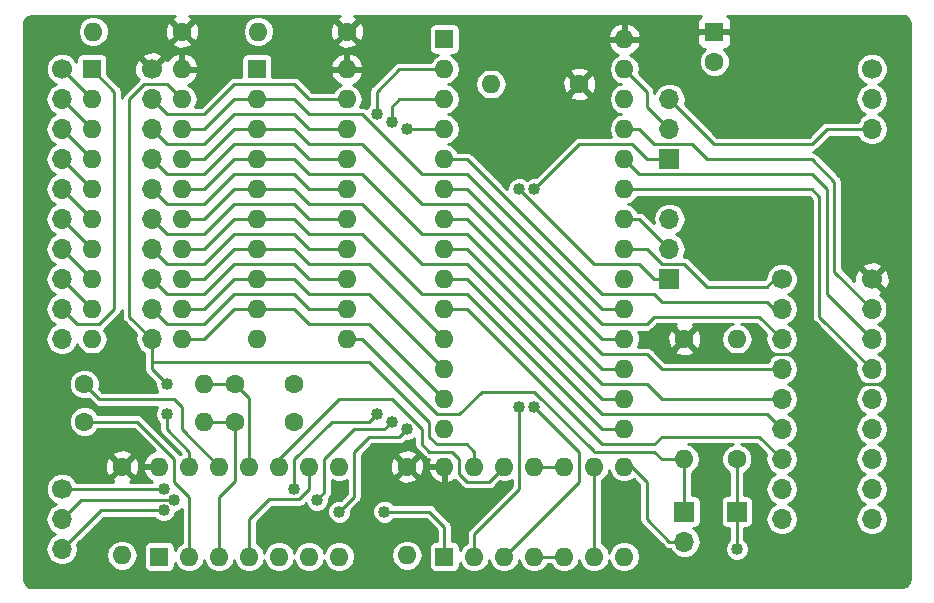
<source format=gbl>
G04 #@! TF.GenerationSoftware,KiCad,Pcbnew,5.0.2-bee76a0~70~ubuntu16.04.1*
G04 #@! TF.CreationDate,2019-04-16T16:13:36+01:00*
G04 #@! TF.ProjectId,AtomRamAndNoiseKiller,41746f6d-5261-46d4-916e-644e6f697365,rev?*
G04 #@! TF.SameCoordinates,PX8e4fe28PY93c3260*
G04 #@! TF.FileFunction,Copper,L2,Bot*
G04 #@! TF.FilePolarity,Positive*
%FSLAX46Y46*%
G04 Gerber Fmt 4.6, Leading zero omitted, Abs format (unit mm)*
G04 Created by KiCad (PCBNEW 5.0.2-bee76a0~70~ubuntu16.04.1) date Tue 16 Apr 2019 16:13:36 BST*
%MOMM*%
%LPD*%
G01*
G04 APERTURE LIST*
G04 #@! TA.AperFunction,ComponentPad*
%ADD10R,1.700000X1.700000*%
G04 #@! TD*
G04 #@! TA.AperFunction,ComponentPad*
%ADD11O,1.700000X1.700000*%
G04 #@! TD*
G04 #@! TA.AperFunction,ComponentPad*
%ADD12O,1.600000X1.600000*%
G04 #@! TD*
G04 #@! TA.AperFunction,ComponentPad*
%ADD13R,1.600000X1.600000*%
G04 #@! TD*
G04 #@! TA.AperFunction,ComponentPad*
%ADD14C,1.600000*%
G04 #@! TD*
G04 #@! TA.AperFunction,ComponentPad*
%ADD15C,1.700000*%
G04 #@! TD*
G04 #@! TA.AperFunction,ViaPad*
%ADD16C,1.016000*%
G04 #@! TD*
G04 #@! TA.AperFunction,Conductor*
%ADD17C,0.254000*%
G04 #@! TD*
G04 APERTURE END LIST*
D10*
G04 #@! TO.P,J7,1*
G04 #@! TO.N,/RRDISABLE*
X60960000Y6985000D03*
G04 #@! TD*
G04 #@! TO.P,LK3,1*
G04 #@! TO.N,/LOAD*
X56515000Y6985000D03*
D11*
G04 #@! TO.P,LK3,2*
G04 #@! TO.N,Net-(LK3-Pad2)*
X56515000Y4445000D03*
G04 #@! TD*
G04 #@! TO.P,LK2,3*
G04 #@! TO.N,GND*
X55245000Y31750000D03*
G04 #@! TO.P,LK2,2*
G04 #@! TO.N,/RAMNOE*
X55245000Y29210000D03*
D10*
G04 #@! TO.P,LK2,1*
G04 #@! TO.N,Net-(LK2-Pad1)*
X55245000Y26670000D03*
G04 #@! TD*
G04 #@! TO.P,LK1,1*
G04 #@! TO.N,Net-(LK1-Pad1)*
X55245000Y36830000D03*
D11*
G04 #@! TO.P,LK1,2*
G04 #@! TO.N,/RAMNWE*
X55245000Y39370000D03*
G04 #@! TO.P,LK1,3*
G04 #@! TO.N,/NWE*
X55245000Y41910000D03*
G04 #@! TD*
D12*
G04 #@! TO.P,U2,14*
G04 #@! TO.N,VCC*
X36195000Y10795000D03*
G04 #@! TO.P,U2,7*
G04 #@! TO.N,GND*
X51435000Y3175000D03*
G04 #@! TO.P,U2,13*
G04 #@! TO.N,/NVDG*
X38735000Y10795000D03*
G04 #@! TO.P,U2,6*
G04 #@! TO.N,Net-(U2-Pad6)*
X48895000Y3175000D03*
G04 #@! TO.P,U2,12*
G04 #@! TO.N,Net-(U1-Pad10)*
X41275000Y10795000D03*
G04 #@! TO.P,U2,5*
G04 #@! TO.N,/RRDISABLE*
X46355000Y3175000D03*
G04 #@! TO.P,U2,11*
G04 #@! TO.N,Net-(U2-Pad10)*
X43815000Y10795000D03*
G04 #@! TO.P,U2,4*
G04 #@! TO.N,/RRDISABLE*
X43815000Y3175000D03*
G04 #@! TO.P,U2,10*
G04 #@! TO.N,Net-(U2-Pad10)*
X46355000Y10795000D03*
G04 #@! TO.P,U2,3*
G04 #@! TO.N,Net-(LK1-Pad1)*
X41275000Y3175000D03*
G04 #@! TO.P,U2,9*
G04 #@! TO.N,Net-(U2-Pad6)*
X48895000Y10795000D03*
G04 #@! TO.P,U2,2*
G04 #@! TO.N,Net-(LK2-Pad1)*
X38735000Y3175000D03*
G04 #@! TO.P,U2,8*
G04 #@! TO.N,Net-(LK3-Pad2)*
X51435000Y10795000D03*
D13*
G04 #@! TO.P,U2,1*
G04 #@! TO.N,Net-(U1-Pad8)*
X36195000Y3175000D03*
G04 #@! TD*
D12*
G04 #@! TO.P,C2,2*
G04 #@! TO.N,GND*
X33020000Y3295000D03*
D14*
G04 #@! TO.P,C2,1*
G04 #@! TO.N,VCC*
X33020000Y10795000D03*
G04 #@! TD*
D13*
G04 #@! TO.P,U1,1*
G04 #@! TO.N,Net-(LK2-Pad1)*
X12065000Y3175000D03*
D12*
G04 #@! TO.P,U1,8*
G04 #@! TO.N,Net-(U1-Pad8)*
X27305000Y10795000D03*
G04 #@! TO.P,U1,2*
G04 #@! TO.N,Net-(R2-Pad1)*
X14605000Y3175000D03*
G04 #@! TO.P,U1,9*
G04 #@! TO.N,Net-(U1-Pad4)*
X24765000Y10795000D03*
G04 #@! TO.P,U1,3*
G04 #@! TO.N,Net-(C8-Pad1)*
X17145000Y3175000D03*
G04 #@! TO.P,U1,10*
G04 #@! TO.N,Net-(U1-Pad10)*
X22225000Y10795000D03*
G04 #@! TO.P,U1,4*
G04 #@! TO.N,Net-(U1-Pad4)*
X19685000Y3175000D03*
G04 #@! TO.P,U1,11*
G04 #@! TO.N,Net-(C7-Pad1)*
X19685000Y10795000D03*
G04 #@! TO.P,U1,5*
G04 #@! TO.N,/NWE*
X22225000Y3175000D03*
G04 #@! TO.P,U1,12*
G04 #@! TO.N,Net-(R1-Pad1)*
X17145000Y10795000D03*
G04 #@! TO.P,U1,6*
G04 #@! TO.N,Net-(LK2-Pad1)*
X24765000Y3175000D03*
G04 #@! TO.P,U1,13*
G04 #@! TO.N,/NVDG*
X14605000Y10795000D03*
G04 #@! TO.P,U1,7*
G04 #@! TO.N,GND*
X27305000Y3175000D03*
G04 #@! TO.P,U1,14*
G04 #@! TO.N,VCC*
X12065000Y10795000D03*
G04 #@! TD*
D14*
G04 #@! TO.P,C8,1*
G04 #@! TO.N,Net-(C8-Pad1)*
X18495000Y14605000D03*
G04 #@! TO.P,C8,2*
G04 #@! TO.N,GND*
X23495000Y14605000D03*
G04 #@! TD*
G04 #@! TO.P,R4,1*
G04 #@! TO.N,VCC*
X56515000Y21590000D03*
D12*
G04 #@! TO.P,R4,2*
G04 #@! TO.N,/LOAD*
X56515000Y11430000D03*
G04 #@! TD*
D11*
G04 #@! TO.P,J3,3*
G04 #@! TO.N,/NWE*
X72390000Y39370000D03*
G04 #@! TO.P,J3,2*
G04 #@! TO.N,Net-(J3-Pad2)*
X72390000Y41910000D03*
D15*
G04 #@! TO.P,J3,1*
G04 #@! TO.N,Net-(J3-Pad1)*
X72390000Y44450000D03*
G04 #@! TD*
D12*
G04 #@! TO.P,C1,2*
G04 #@! TO.N,GND*
X8890000Y3295000D03*
D14*
G04 #@! TO.P,C1,1*
G04 #@! TO.N,VCC*
X8890000Y10795000D03*
G04 #@! TD*
D12*
G04 #@! TO.P,C3,2*
G04 #@! TO.N,GND*
X6470000Y47625000D03*
D14*
G04 #@! TO.P,C3,1*
G04 #@! TO.N,VCC*
X13970000Y47625000D03*
G04 #@! TD*
D12*
G04 #@! TO.P,C4,2*
G04 #@! TO.N,GND*
X20440000Y47625000D03*
D14*
G04 #@! TO.P,C4,1*
G04 #@! TO.N,VCC*
X27940000Y47625000D03*
G04 #@! TD*
D12*
G04 #@! TO.P,C5,2*
G04 #@! TO.N,GND*
X40125000Y43180000D03*
D14*
G04 #@! TO.P,C5,1*
G04 #@! TO.N,VCC*
X47625000Y43180000D03*
G04 #@! TD*
D12*
G04 #@! TO.P,U5,28*
G04 #@! TO.N,VCC*
X51435000Y46990000D03*
G04 #@! TO.P,U5,14*
G04 #@! TO.N,GND*
X36195000Y13970000D03*
G04 #@! TO.P,U5,27*
G04 #@! TO.N,/RAMNWE*
X51435000Y44450000D03*
G04 #@! TO.P,U5,13*
G04 #@! TO.N,/RD7*
X36195000Y16510000D03*
G04 #@! TO.P,U5,26*
G04 #@! TO.N,GND*
X51435000Y41910000D03*
G04 #@! TO.P,U5,12*
G04 #@! TO.N,/RD6*
X36195000Y19050000D03*
G04 #@! TO.P,U5,25*
G04 #@! TO.N,/A7*
X51435000Y39370000D03*
G04 #@! TO.P,U5,11*
G04 #@! TO.N,/RD5*
X36195000Y21590000D03*
G04 #@! TO.P,U5,24*
G04 #@! TO.N,/A8*
X51435000Y36830000D03*
G04 #@! TO.P,U5,10*
G04 #@! TO.N,/A2*
X36195000Y24130000D03*
G04 #@! TO.P,U5,23*
G04 #@! TO.N,/A9*
X51435000Y34290000D03*
G04 #@! TO.P,U5,9*
G04 #@! TO.N,/A1*
X36195000Y26670000D03*
G04 #@! TO.P,U5,22*
G04 #@! TO.N,/RAMNOE*
X51435000Y31750000D03*
G04 #@! TO.P,U5,8*
G04 #@! TO.N,/A0*
X36195000Y29210000D03*
G04 #@! TO.P,U5,21*
G04 #@! TO.N,/A6*
X51435000Y29210000D03*
G04 #@! TO.P,U5,7*
G04 #@! TO.N,/A3*
X36195000Y31750000D03*
G04 #@! TO.P,U5,20*
G04 #@! TO.N,GND*
X51435000Y26670000D03*
G04 #@! TO.P,U5,6*
G04 #@! TO.N,/A4*
X36195000Y34290000D03*
G04 #@! TO.P,U5,19*
G04 #@! TO.N,/RD0*
X51435000Y24130000D03*
G04 #@! TO.P,U5,5*
G04 #@! TO.N,/A5*
X36195000Y36830000D03*
G04 #@! TO.P,U5,18*
G04 #@! TO.N,/RD1*
X51435000Y21590000D03*
G04 #@! TO.P,U5,4*
G04 #@! TO.N,/A12*
X36195000Y39370000D03*
G04 #@! TO.P,U5,17*
G04 #@! TO.N,/RD2*
X51435000Y19050000D03*
G04 #@! TO.P,U5,3*
G04 #@! TO.N,/A11*
X36195000Y41910000D03*
G04 #@! TO.P,U5,16*
G04 #@! TO.N,/RD3*
X51435000Y16510000D03*
G04 #@! TO.P,U5,2*
G04 #@! TO.N,/A10*
X36195000Y44450000D03*
G04 #@! TO.P,U5,15*
G04 #@! TO.N,/RD4*
X51435000Y13970000D03*
D13*
G04 #@! TO.P,U5,1*
G04 #@! TO.N,GND*
X36195000Y46990000D03*
G04 #@! TD*
D11*
G04 #@! TO.P,J1,10*
G04 #@! TO.N,/NVDG*
X11430000Y21590000D03*
G04 #@! TO.P,J1,9*
G04 #@! TO.N,/VD7*
X11430000Y24130000D03*
G04 #@! TO.P,J1,8*
G04 #@! TO.N,/VD6*
X11430000Y26670000D03*
G04 #@! TO.P,J1,7*
G04 #@! TO.N,/VD5*
X11430000Y29210000D03*
G04 #@! TO.P,J1,6*
G04 #@! TO.N,/VD4*
X11430000Y31750000D03*
G04 #@! TO.P,J1,5*
G04 #@! TO.N,/VD3*
X11430000Y34290000D03*
G04 #@! TO.P,J1,4*
G04 #@! TO.N,/VD2*
X11430000Y36830000D03*
G04 #@! TO.P,J1,3*
G04 #@! TO.N,/VD1*
X11430000Y39370000D03*
G04 #@! TO.P,J1,2*
G04 #@! TO.N,/VD0*
X11430000Y41910000D03*
D15*
G04 #@! TO.P,J1,1*
G04 #@! TO.N,VCC*
X11430000Y44450000D03*
G04 #@! TD*
D11*
G04 #@! TO.P,J6,3*
G04 #@! TO.N,/A12*
X3810000Y3810000D03*
G04 #@! TO.P,J6,2*
G04 #@! TO.N,/A11*
X3810000Y6350000D03*
D15*
G04 #@! TO.P,J6,1*
G04 #@! TO.N,/A10*
X3810000Y8890000D03*
G04 #@! TD*
D11*
G04 #@! TO.P,J4,9*
G04 #@! TO.N,GND*
X64770000Y6350000D03*
G04 #@! TO.P,J4,8*
G04 #@! TO.N,Net-(J4-Pad8)*
X64770000Y8890000D03*
G04 #@! TO.P,J4,7*
G04 #@! TO.N,/A2*
X64770000Y11430000D03*
G04 #@! TO.P,J4,6*
G04 #@! TO.N,/A1*
X64770000Y13970000D03*
G04 #@! TO.P,J4,5*
G04 #@! TO.N,/A0*
X64770000Y16510000D03*
G04 #@! TO.P,J4,4*
G04 #@! TO.N,/A3*
X64770000Y19050000D03*
G04 #@! TO.P,J4,3*
G04 #@! TO.N,/A4*
X64770000Y21590000D03*
G04 #@! TO.P,J4,2*
G04 #@! TO.N,/A5*
X64770000Y24130000D03*
D15*
G04 #@! TO.P,J4,1*
G04 #@! TO.N,/A6*
X64770000Y26670000D03*
G04 #@! TD*
D11*
G04 #@! TO.P,J5,9*
G04 #@! TO.N,Net-(J5-Pad9)*
X72390000Y6350000D03*
G04 #@! TO.P,J5,8*
G04 #@! TO.N,Net-(J5-Pad8)*
X72390000Y8890000D03*
G04 #@! TO.P,J5,7*
G04 #@! TO.N,Net-(J5-Pad7)*
X72390000Y11430000D03*
G04 #@! TO.P,J5,6*
G04 #@! TO.N,Net-(J5-Pad6)*
X72390000Y13970000D03*
G04 #@! TO.P,J5,5*
G04 #@! TO.N,Net-(J5-Pad5)*
X72390000Y16510000D03*
G04 #@! TO.P,J5,4*
G04 #@! TO.N,/A9*
X72390000Y19050000D03*
G04 #@! TO.P,J5,3*
G04 #@! TO.N,/A8*
X72390000Y21590000D03*
G04 #@! TO.P,J5,2*
G04 #@! TO.N,/A7*
X72390000Y24130000D03*
D15*
G04 #@! TO.P,J5,1*
G04 #@! TO.N,VCC*
X72390000Y26670000D03*
G04 #@! TD*
D11*
G04 #@! TO.P,J2,10*
G04 #@! TO.N,GND*
X3810000Y21590000D03*
G04 #@! TO.P,J2,9*
G04 #@! TO.N,/NDRS*
X3810000Y24130000D03*
G04 #@! TO.P,J2,8*
G04 #@! TO.N,/PD7*
X3810000Y26670000D03*
G04 #@! TO.P,J2,7*
G04 #@! TO.N,/PD6*
X3810000Y29210000D03*
G04 #@! TO.P,J2,6*
G04 #@! TO.N,/PD5*
X3810000Y31750000D03*
G04 #@! TO.P,J2,5*
G04 #@! TO.N,/PD4*
X3810000Y34290000D03*
G04 #@! TO.P,J2,4*
G04 #@! TO.N,/PD3*
X3810000Y36830000D03*
G04 #@! TO.P,J2,3*
G04 #@! TO.N,/PD2*
X3810000Y39370000D03*
G04 #@! TO.P,J2,2*
G04 #@! TO.N,/PD1*
X3810000Y41910000D03*
D15*
G04 #@! TO.P,J2,1*
G04 #@! TO.N,/PD0*
X3810000Y44450000D03*
G04 #@! TD*
D14*
G04 #@! TO.P,C6,2*
G04 #@! TO.N,GND*
X59055000Y45085000D03*
D13*
G04 #@! TO.P,C6,1*
G04 #@! TO.N,VCC*
X59055000Y47585000D03*
G04 #@! TD*
D14*
G04 #@! TO.P,C7,2*
G04 #@! TO.N,GND*
X23495000Y17780000D03*
G04 #@! TO.P,C7,1*
G04 #@! TO.N,Net-(C7-Pad1)*
X18495000Y17780000D03*
G04 #@! TD*
D12*
G04 #@! TO.P,U3,20*
G04 #@! TO.N,VCC*
X13970000Y44450000D03*
G04 #@! TO.P,U3,10*
G04 #@! TO.N,GND*
X6350000Y21590000D03*
G04 #@! TO.P,U3,19*
G04 #@! TO.N,/NVDG*
X13970000Y41910000D03*
G04 #@! TO.P,U3,9*
G04 #@! TO.N,/PD7*
X6350000Y24130000D03*
G04 #@! TO.P,U3,18*
G04 #@! TO.N,/RD0*
X13970000Y39370000D03*
G04 #@! TO.P,U3,8*
G04 #@! TO.N,/PD6*
X6350000Y26670000D03*
G04 #@! TO.P,U3,17*
G04 #@! TO.N,/RD1*
X13970000Y36830000D03*
G04 #@! TO.P,U3,7*
G04 #@! TO.N,/PD5*
X6350000Y29210000D03*
G04 #@! TO.P,U3,16*
G04 #@! TO.N,/RD2*
X13970000Y34290000D03*
G04 #@! TO.P,U3,6*
G04 #@! TO.N,/PD4*
X6350000Y31750000D03*
G04 #@! TO.P,U3,15*
G04 #@! TO.N,/RD3*
X13970000Y31750000D03*
G04 #@! TO.P,U3,5*
G04 #@! TO.N,/PD3*
X6350000Y34290000D03*
G04 #@! TO.P,U3,14*
G04 #@! TO.N,/RD4*
X13970000Y29210000D03*
G04 #@! TO.P,U3,4*
G04 #@! TO.N,/PD2*
X6350000Y36830000D03*
G04 #@! TO.P,U3,13*
G04 #@! TO.N,/RD5*
X13970000Y26670000D03*
G04 #@! TO.P,U3,3*
G04 #@! TO.N,/PD1*
X6350000Y39370000D03*
G04 #@! TO.P,U3,12*
G04 #@! TO.N,/RD6*
X13970000Y24130000D03*
G04 #@! TO.P,U3,2*
G04 #@! TO.N,/PD0*
X6350000Y41910000D03*
G04 #@! TO.P,U3,11*
G04 #@! TO.N,/RD7*
X13970000Y21590000D03*
D13*
G04 #@! TO.P,U3,1*
G04 #@! TO.N,/NDRS*
X6350000Y44450000D03*
G04 #@! TD*
D12*
G04 #@! TO.P,U4,20*
G04 #@! TO.N,VCC*
X27940000Y44450000D03*
G04 #@! TO.P,U4,10*
G04 #@! TO.N,GND*
X20320000Y21590000D03*
G04 #@! TO.P,U4,19*
G04 #@! TO.N,/VD0*
X27940000Y41910000D03*
G04 #@! TO.P,U4,9*
G04 #@! TO.N,/RD7*
X20320000Y24130000D03*
G04 #@! TO.P,U4,18*
G04 #@! TO.N,/VD1*
X27940000Y39370000D03*
G04 #@! TO.P,U4,8*
G04 #@! TO.N,/RD6*
X20320000Y26670000D03*
G04 #@! TO.P,U4,17*
G04 #@! TO.N,/VD2*
X27940000Y36830000D03*
G04 #@! TO.P,U4,7*
G04 #@! TO.N,/RD5*
X20320000Y29210000D03*
G04 #@! TO.P,U4,16*
G04 #@! TO.N,/VD3*
X27940000Y34290000D03*
G04 #@! TO.P,U4,6*
G04 #@! TO.N,/RD4*
X20320000Y31750000D03*
G04 #@! TO.P,U4,15*
G04 #@! TO.N,/VD4*
X27940000Y31750000D03*
G04 #@! TO.P,U4,5*
G04 #@! TO.N,/RD3*
X20320000Y34290000D03*
G04 #@! TO.P,U4,14*
G04 #@! TO.N,/VD5*
X27940000Y29210000D03*
G04 #@! TO.P,U4,4*
G04 #@! TO.N,/RD2*
X20320000Y36830000D03*
G04 #@! TO.P,U4,13*
G04 #@! TO.N,/VD6*
X27940000Y26670000D03*
G04 #@! TO.P,U4,3*
G04 #@! TO.N,/RD1*
X20320000Y39370000D03*
G04 #@! TO.P,U4,12*
G04 #@! TO.N,/VD7*
X27940000Y24130000D03*
G04 #@! TO.P,U4,2*
G04 #@! TO.N,/RD0*
X20320000Y41910000D03*
G04 #@! TO.P,U4,11*
G04 #@! TO.N,/LOAD*
X27940000Y21590000D03*
D13*
G04 #@! TO.P,U4,1*
G04 #@! TO.N,GND*
X20320000Y44450000D03*
G04 #@! TD*
D12*
G04 #@! TO.P,R3,2*
G04 #@! TO.N,GND*
X60960000Y21590000D03*
D14*
G04 #@! TO.P,R3,1*
G04 #@! TO.N,/RRDISABLE*
X60960000Y11430000D03*
G04 #@! TD*
D12*
G04 #@! TO.P,R1,2*
G04 #@! TO.N,Net-(C7-Pad1)*
X15875000Y17780000D03*
D14*
G04 #@! TO.P,R1,1*
G04 #@! TO.N,Net-(R1-Pad1)*
X5715000Y17780000D03*
G04 #@! TD*
D12*
G04 #@! TO.P,R2,2*
G04 #@! TO.N,Net-(C8-Pad1)*
X15875000Y14605000D03*
D14*
G04 #@! TO.P,R2,1*
G04 #@! TO.N,Net-(R2-Pad1)*
X5715000Y14605000D03*
G04 #@! TD*
D16*
G04 #@! TO.N,/RRDISABLE*
X60960000Y3810000D03*
G04 #@! TO.N,/A12*
X33020000Y39370000D03*
X33020000Y13970000D03*
X27305000Y6985000D03*
X12446000Y7112000D03*
G04 #@! TO.N,/A10*
X30480000Y40640000D03*
X30480000Y15240000D03*
X23495000Y8890000D03*
X12446000Y8890000D03*
G04 #@! TO.N,/A11*
X31750000Y40005000D03*
X31750000Y14605000D03*
X25400000Y8001000D03*
X13335000Y8001000D03*
G04 #@! TO.N,/NVDG*
X12700000Y17780000D03*
X12700000Y15240000D03*
G04 #@! TO.N,Net-(U1-Pad8)*
X31115000Y6985000D03*
G04 #@! TO.N,Net-(LK1-Pad1)*
X43815000Y15875000D03*
X43815000Y34290000D03*
G04 #@! TO.N,Net-(LK2-Pad1)*
X42545000Y34290000D03*
X42545000Y15875000D03*
G04 #@! TD*
D17*
G04 #@! TO.N,VCC*
X73660000Y25400000D02*
X72390000Y26670000D01*
X68580000Y17780000D02*
X73660000Y17780000D01*
X73660000Y17780000D02*
X73660000Y25400000D01*
X56515000Y21590000D02*
X57785000Y20320000D01*
X57785000Y20320000D02*
X66040000Y20320000D01*
X66040000Y20320000D02*
X68580000Y17780000D01*
G04 #@! TO.N,/RRDISABLE*
X46355000Y3175000D02*
X43815000Y3175000D01*
X60960000Y3810000D02*
X60960000Y6985000D01*
X60960000Y12065000D02*
X60960000Y5715000D01*
G04 #@! TO.N,/LOAD*
X29210000Y21590000D02*
X27940000Y21590000D01*
X35560000Y15240000D02*
X29210000Y21590000D01*
X37465000Y15240000D02*
X35560000Y15240000D01*
X39370000Y17145000D02*
X37465000Y15240000D01*
X48871244Y12088756D02*
X43815000Y17145000D01*
X43815000Y17145000D02*
X39370000Y17145000D01*
X56515000Y11430000D02*
X54610000Y11430000D01*
X54610000Y11430000D02*
X53975000Y12065000D01*
X53975000Y12065000D02*
X48895000Y12065000D01*
X56515000Y6985000D02*
X56515000Y11430000D01*
G04 #@! TO.N,/A12*
X36195000Y39370000D02*
X33020000Y39370000D01*
X33020000Y39370000D02*
X33655000Y39370000D01*
X29845000Y13335000D02*
X32385000Y13335000D01*
X28575000Y8255000D02*
X28575000Y12065000D01*
X28575000Y12065000D02*
X29845000Y13335000D01*
X27305000Y6985000D02*
X28575000Y8255000D01*
X32385000Y13335000D02*
X33020000Y13970000D01*
X7112000Y7112000D02*
X3810000Y3810000D01*
X12446000Y7112000D02*
X7112000Y7112000D01*
G04 #@! TO.N,/A7*
X67310000Y36830000D02*
X69215000Y34925000D01*
X52705000Y39370000D02*
X53975000Y38100000D01*
X69215000Y34925000D02*
X69215000Y27305000D01*
X51435000Y39370000D02*
X52705000Y39370000D01*
X53975000Y38100000D02*
X57150000Y38100000D01*
X69215000Y27305000D02*
X72390000Y24130000D01*
X58420000Y36830000D02*
X67310000Y36830000D01*
X57150000Y38100000D02*
X58420000Y36830000D01*
G04 #@! TO.N,/A6*
X63500000Y26035000D02*
X64135000Y26670000D01*
X51435000Y29210000D02*
X53340000Y29210000D01*
X53340000Y29210000D02*
X54610000Y27940000D01*
X64135000Y26670000D02*
X64770000Y26670000D01*
X54610000Y27940000D02*
X56515000Y27940000D01*
X58420000Y26035000D02*
X63500000Y26035000D01*
X56515000Y27940000D02*
X58420000Y26035000D01*
G04 #@! TO.N,/A5*
X38100000Y36830000D02*
X36195000Y36830000D01*
X64770000Y24130000D02*
X64135000Y24130000D01*
X49530000Y25400000D02*
X38100000Y36830000D01*
X53975000Y25400000D02*
X54610000Y24765000D01*
X53975000Y25400000D02*
X49530000Y25400000D01*
X54610000Y24765000D02*
X63500000Y24765000D01*
X64135000Y24130000D02*
X63500000Y24765000D01*
G04 #@! TO.N,/A4*
X38100000Y34290000D02*
X36195000Y34290000D01*
X49530000Y22860000D02*
X38100000Y34290000D01*
X62865000Y23495000D02*
X53975000Y23495000D01*
X64770000Y21590000D02*
X62865000Y23495000D01*
X53975000Y23495000D02*
X53340000Y22860000D01*
X53340000Y22860000D02*
X49530000Y22860000D01*
G04 #@! TO.N,/A3*
X38100000Y31750000D02*
X36195000Y31750000D01*
X64770000Y19050000D02*
X54610000Y19050000D01*
X54610000Y19050000D02*
X53340000Y20320000D01*
X53340000Y20320000D02*
X49530000Y20320000D01*
X49530000Y20320000D02*
X38100000Y31750000D01*
G04 #@! TO.N,/A2*
X62865000Y13335000D02*
X64770000Y11430000D01*
X54610000Y13335000D02*
X62865000Y13335000D01*
X36195000Y24130000D02*
X38100000Y24130000D01*
X38100000Y24130000D02*
X49530000Y12700000D01*
X49530000Y12700000D02*
X53975000Y12700000D01*
X53975000Y12700000D02*
X54610000Y13335000D01*
G04 #@! TO.N,/A1*
X49530000Y15240000D02*
X38100000Y26670000D01*
X63500000Y15240000D02*
X49530000Y15240000D01*
X38100000Y26670000D02*
X36195000Y26670000D01*
X64770000Y13970000D02*
X63500000Y15240000D01*
G04 #@! TO.N,/A0*
X38100000Y29210000D02*
X49530000Y17780000D01*
X36195000Y29210000D02*
X38100000Y29210000D01*
X54610000Y16510000D02*
X53340000Y17780000D01*
X64770000Y16510000D02*
X54610000Y16510000D01*
X49530000Y17780000D02*
X53340000Y17780000D01*
G04 #@! TO.N,/RD0*
X15875000Y39370000D02*
X18415000Y41910000D01*
X18415000Y41910000D02*
X20320000Y41910000D01*
X13970000Y39370000D02*
X15875000Y39370000D01*
X20320000Y41910000D02*
X23495000Y41910000D01*
X23495000Y41910000D02*
X24765000Y40640000D01*
X24765000Y40640000D02*
X29210000Y40640000D01*
X29210000Y40640000D02*
X34290000Y35560000D01*
X34290000Y35560000D02*
X38100000Y35560000D01*
X49530000Y24130000D02*
X51435000Y24130000D01*
X38100000Y35560000D02*
X49530000Y24130000D01*
G04 #@! TO.N,/RD1*
X13970000Y36830000D02*
X15875000Y36830000D01*
X18415000Y39370000D02*
X20320000Y39370000D01*
X15875000Y36830000D02*
X18415000Y39370000D01*
X49530000Y21590000D02*
X51435000Y21590000D01*
X34290000Y33020000D02*
X38100000Y33020000D01*
X20320000Y39370000D02*
X23495000Y39370000D01*
X23495000Y39370000D02*
X24765000Y38100000D01*
X24765000Y38100000D02*
X29210000Y38100000D01*
X38100000Y33020000D02*
X49530000Y21590000D01*
X29210000Y38100000D02*
X34290000Y33020000D01*
G04 #@! TO.N,/RD2*
X20320000Y36830000D02*
X18415000Y36830000D01*
X15875000Y34290000D02*
X13970000Y34290000D01*
X18415000Y36830000D02*
X15875000Y34290000D01*
X51435000Y19050000D02*
X49530000Y19050000D01*
X49530000Y19050000D02*
X38100000Y30480000D01*
X38100000Y30480000D02*
X34290000Y30480000D01*
X34290000Y30480000D02*
X29210000Y35560000D01*
X29210000Y35560000D02*
X24765000Y35560000D01*
X24765000Y35560000D02*
X23495000Y36830000D01*
X23495000Y36830000D02*
X20320000Y36830000D01*
G04 #@! TO.N,/RD3*
X20320000Y34290000D02*
X18415000Y34290000D01*
X18415000Y34290000D02*
X15875000Y31750000D01*
X15875000Y31750000D02*
X13970000Y31750000D01*
X51435000Y16510000D02*
X49530000Y16510000D01*
X49530000Y16510000D02*
X38100000Y27940000D01*
X38100000Y27940000D02*
X34290000Y27940000D01*
X34290000Y27940000D02*
X29210000Y33020000D01*
X29210000Y33020000D02*
X24765000Y33020000D01*
X24765000Y33020000D02*
X23495000Y34290000D01*
X23495000Y34290000D02*
X20320000Y34290000D01*
G04 #@! TO.N,/RD4*
X20320000Y31750000D02*
X18415000Y31750000D01*
X18415000Y31750000D02*
X15875000Y29210000D01*
X15875000Y29210000D02*
X13970000Y29210000D01*
X51435000Y13970000D02*
X49530000Y13970000D01*
X49530000Y13970000D02*
X38100000Y25400000D01*
X38100000Y25400000D02*
X34290000Y25400000D01*
X34290000Y25400000D02*
X29210000Y30480000D01*
X29210000Y30480000D02*
X24765000Y30480000D01*
X24765000Y30480000D02*
X23495000Y31750000D01*
X23495000Y31750000D02*
X20320000Y31750000D01*
G04 #@! TO.N,/RD5*
X20320000Y29210000D02*
X18415000Y29210000D01*
X18415000Y29210000D02*
X15875000Y26670000D01*
X15875000Y26670000D02*
X13970000Y26670000D01*
X23495000Y29210000D02*
X20320000Y29210000D01*
X24765000Y27940000D02*
X23495000Y29210000D01*
X29845000Y27940000D02*
X24765000Y27940000D01*
X36195000Y21590000D02*
X29845000Y27940000D01*
G04 #@! TO.N,/RD6*
X20320000Y26670000D02*
X18415000Y26670000D01*
X15875000Y24130000D02*
X13970000Y24130000D01*
X18415000Y26670000D02*
X15875000Y24130000D01*
X23495000Y26670000D02*
X20320000Y26670000D01*
X24765000Y25400000D02*
X23495000Y26670000D01*
X29845000Y25400000D02*
X24765000Y25400000D01*
X36195000Y19050000D02*
X29845000Y25400000D01*
G04 #@! TO.N,/RD7*
X20320000Y24130000D02*
X18415000Y24130000D01*
X18415000Y24130000D02*
X15875000Y21590000D01*
X15875000Y21590000D02*
X13970000Y21590000D01*
X29845000Y22860000D02*
X24765000Y22860000D01*
X23495000Y24130000D02*
X20320000Y24130000D01*
X24765000Y22860000D02*
X23495000Y24130000D01*
X36195000Y16510000D02*
X29845000Y22860000D01*
G04 #@! TO.N,/A10*
X30480000Y42545000D02*
X30480000Y40640000D01*
X32385000Y44450000D02*
X30480000Y42545000D01*
X36195000Y44450000D02*
X32385000Y44450000D01*
X23495000Y8890000D02*
X23495000Y11430000D01*
X23495000Y11430000D02*
X26670000Y14605000D01*
X29845000Y14605000D02*
X30480000Y15240000D01*
X26670000Y14605000D02*
X29845000Y14605000D01*
X12446000Y8890000D02*
X3810000Y8890000D01*
G04 #@! TO.N,/A11*
X31750000Y41275000D02*
X31750000Y40005000D01*
X32385000Y41910000D02*
X31750000Y41275000D01*
X36195000Y41910000D02*
X32385000Y41910000D01*
X28575000Y13970000D02*
X31115000Y13970000D01*
X26035000Y11430000D02*
X28575000Y13970000D01*
X26035000Y8636000D02*
X26035000Y11430000D01*
X25400000Y8001000D02*
X26035000Y8636000D01*
X31115000Y13970000D02*
X31750000Y14605000D01*
X5461000Y8001000D02*
X3810000Y6350000D01*
X13335000Y8001000D02*
X5461000Y8001000D01*
G04 #@! TO.N,/A9*
X67310000Y34290000D02*
X51435000Y34290000D01*
X67945000Y33655000D02*
X67310000Y34290000D01*
X67945000Y23495000D02*
X67945000Y33655000D01*
X72390000Y19050000D02*
X67945000Y23495000D01*
G04 #@! TO.N,/A8*
X68580000Y25400000D02*
X72390000Y21590000D01*
X51435000Y36830000D02*
X52705000Y35560000D01*
X52705000Y35560000D02*
X67310000Y35560000D01*
X67310000Y35560000D02*
X68580000Y34290000D01*
X68580000Y34290000D02*
X68580000Y25400000D01*
G04 #@! TO.N,/NWE*
X55245000Y41910000D02*
X59055000Y38100000D01*
X67310000Y38100000D02*
X68580000Y39370000D01*
X59055000Y38100000D02*
X67310000Y38100000D01*
X68580000Y39370000D02*
X72390000Y39370000D01*
G04 #@! TO.N,/VD7*
X27940000Y24130000D02*
X24765000Y24130000D01*
X24765000Y24130000D02*
X23495000Y25400000D01*
X23495000Y25400000D02*
X18415000Y25400000D01*
X18415000Y25400000D02*
X15875000Y22860000D01*
X15875000Y22860000D02*
X12700000Y22860000D01*
X12700000Y22860000D02*
X11430000Y24130000D01*
G04 #@! TO.N,/VD6*
X11430000Y26670000D02*
X12065000Y26670000D01*
X11430000Y26670000D02*
X12700000Y25400000D01*
X12700000Y25400000D02*
X15875000Y25400000D01*
X15875000Y25400000D02*
X18415000Y27940000D01*
X18415000Y27940000D02*
X23495000Y27940000D01*
X23495000Y27940000D02*
X24765000Y26670000D01*
X24765000Y26670000D02*
X27940000Y26670000D01*
G04 #@! TO.N,/VD5*
X27940000Y29210000D02*
X24765000Y29210000D01*
X24765000Y29210000D02*
X23495000Y30480000D01*
X23495000Y30480000D02*
X18415000Y30480000D01*
X18415000Y30480000D02*
X15875000Y27940000D01*
X15875000Y27940000D02*
X12700000Y27940000D01*
X12700000Y27940000D02*
X11430000Y29210000D01*
G04 #@! TO.N,/VD4*
X11430000Y31750000D02*
X12700000Y30480000D01*
X12700000Y30480000D02*
X15875000Y30480000D01*
X15875000Y30480000D02*
X18415000Y33020000D01*
X18415000Y33020000D02*
X23495000Y33020000D01*
X23495000Y33020000D02*
X24765000Y31750000D01*
X24765000Y31750000D02*
X27940000Y31750000D01*
G04 #@! TO.N,/VD3*
X24765000Y34290000D02*
X27940000Y34290000D01*
X23495000Y35560000D02*
X24765000Y34290000D01*
X11430000Y34290000D02*
X12700000Y33020000D01*
X15875000Y33020000D02*
X18415000Y35560000D01*
X12700000Y33020000D02*
X15875000Y33020000D01*
X18415000Y35560000D02*
X23495000Y35560000D01*
G04 #@! TO.N,/VD2*
X11430000Y36830000D02*
X12700000Y35560000D01*
X12700000Y35560000D02*
X15875000Y35560000D01*
X15875000Y35560000D02*
X18415000Y38100000D01*
X18415000Y38100000D02*
X23495000Y38100000D01*
X23495000Y38100000D02*
X24765000Y36830000D01*
X24765000Y36830000D02*
X27940000Y36830000D01*
G04 #@! TO.N,/VD1*
X12700000Y38100000D02*
X11430000Y39370000D01*
X15875000Y38100000D02*
X12700000Y38100000D01*
X27940000Y39370000D02*
X24765000Y39370000D01*
X24765000Y39370000D02*
X23495000Y40640000D01*
X23495000Y40640000D02*
X18415000Y40640000D01*
X18415000Y40640000D02*
X15875000Y38100000D01*
G04 #@! TO.N,/VD0*
X27940000Y41910000D02*
X24765000Y41910000D01*
X24765000Y41910000D02*
X23495000Y43180000D01*
X23495000Y43180000D02*
X18415000Y43180000D01*
X18415000Y43180000D02*
X15875000Y40640000D01*
X15875000Y40640000D02*
X12700000Y40640000D01*
X12700000Y40640000D02*
X11430000Y41910000D01*
G04 #@! TO.N,/NVDG*
X9525000Y23495000D02*
X11430000Y21590000D01*
X13970000Y41910000D02*
X12700000Y43180000D01*
X12700000Y43180000D02*
X10795000Y43180000D01*
X10795000Y43180000D02*
X9525000Y41910000D01*
X9525000Y41910000D02*
X9525000Y23495000D01*
X11430000Y21590000D02*
X11430000Y19685000D01*
X29845000Y19685000D02*
X11430000Y19685000D01*
X34925000Y14605000D02*
X29845000Y19685000D01*
X34925000Y13335000D02*
X34925000Y14605000D01*
X38735000Y10795000D02*
X38735000Y12065000D01*
X38735000Y12065000D02*
X38100000Y12700000D01*
X38100000Y12700000D02*
X35560000Y12700000D01*
X35560000Y12700000D02*
X34925000Y13335000D01*
X12700000Y17780000D02*
X11430000Y19050000D01*
X11430000Y19050000D02*
X11430000Y19685000D01*
X14605000Y12065000D02*
X14605000Y10795000D01*
X12700000Y13970000D02*
X14605000Y12065000D01*
X12700000Y15240000D02*
X12700000Y13970000D01*
G04 #@! TO.N,/PD7*
X3810000Y26670000D02*
X6350000Y24130000D01*
G04 #@! TO.N,/PD6*
X3810000Y29210000D02*
X6350000Y26670000D01*
G04 #@! TO.N,/PD5*
X3810000Y31750000D02*
X6350000Y29210000D01*
G04 #@! TO.N,/PD4*
X3810000Y34290000D02*
X6350000Y31750000D01*
G04 #@! TO.N,/PD3*
X3810000Y36830000D02*
X6350000Y34290000D01*
G04 #@! TO.N,/PD2*
X3810000Y39370000D02*
X6350000Y36830000D01*
G04 #@! TO.N,/PD1*
X3810000Y41910000D02*
X6350000Y39370000D01*
G04 #@! TO.N,/PD0*
X3810000Y44450000D02*
X6350000Y41910000D01*
G04 #@! TO.N,/NDRS*
X8255000Y42545000D02*
X6350000Y44450000D01*
X3810000Y24130000D02*
X5080000Y22860000D01*
X5080000Y22860000D02*
X6985000Y22860000D01*
X6985000Y22860000D02*
X8255000Y24130000D01*
X8255000Y24130000D02*
X8255000Y42545000D01*
G04 #@! TO.N,Net-(U1-Pad4)*
X24765000Y8890000D02*
X24765000Y10795000D01*
X19685000Y3175000D02*
X19685000Y6350000D01*
X21361399Y8026399D02*
X23901399Y8026399D01*
X19685000Y6350000D02*
X21361399Y8026399D01*
X23901399Y8026399D02*
X24765000Y8890000D01*
G04 #@! TO.N,Net-(U2-Pad10)*
X43815000Y10795000D02*
X46355000Y10795000D01*
G04 #@! TO.N,Net-(C7-Pad1)*
X15875000Y17780000D02*
X18495000Y17780000D01*
X19685000Y16590000D02*
X19685000Y10795000D01*
X18495000Y17780000D02*
X19685000Y16590000D01*
X15955000Y17780000D02*
X18495000Y17780000D01*
G04 #@! TO.N,Net-(C8-Pad1)*
X15875000Y14605000D02*
X18495000Y14605000D01*
X18495000Y14605000D02*
X18495000Y9605000D01*
X18495000Y9605000D02*
X17145000Y8255000D01*
X17145000Y8255000D02*
X17145000Y3175000D01*
G04 #@! TO.N,Net-(R1-Pad1)*
X6985000Y16510000D02*
X5715000Y17780000D01*
X17145000Y10795000D02*
X13970000Y13970000D01*
X13970000Y13970000D02*
X13970000Y15875000D01*
X13970000Y15875000D02*
X13335000Y16510000D01*
X13335000Y16510000D02*
X6985000Y16510000D01*
G04 #@! TO.N,/RAMNWE*
X53340000Y41275000D02*
X55245000Y39370000D01*
X53340000Y42545000D02*
X53340000Y41275000D01*
X51435000Y44450000D02*
X53340000Y42545000D01*
G04 #@! TO.N,/RAMNOE*
X52705000Y31750000D02*
X51435000Y31750000D01*
X55245000Y29210000D02*
X52705000Y31750000D01*
G04 #@! TO.N,Net-(U1-Pad8)*
X36195000Y5715000D02*
X36195000Y3175000D01*
X31115000Y6985000D02*
X34925000Y6985000D01*
X34925000Y6985000D02*
X36195000Y5715000D01*
G04 #@! TO.N,Net-(U1-Pad10)*
X37465000Y11430000D02*
X36830000Y12065000D01*
X37465000Y10160000D02*
X37465000Y11430000D01*
X34290000Y13970000D02*
X31750000Y16510000D01*
X38100000Y9525000D02*
X37465000Y10160000D01*
X40005000Y9525000D02*
X38100000Y9525000D01*
X31750000Y16510000D02*
X27305000Y16510000D01*
X27305000Y16510000D02*
X22225000Y11430000D01*
X22225000Y11430000D02*
X22225000Y10795000D01*
X41275000Y10795000D02*
X40005000Y9525000D01*
X34925000Y12065000D02*
X34290000Y12700000D01*
X36830000Y12065000D02*
X34925000Y12065000D01*
X34290000Y12700000D02*
X34290000Y13970000D01*
G04 #@! TO.N,Net-(R2-Pad1)*
X13335000Y11430000D02*
X10160000Y14605000D01*
X14605000Y8255000D02*
X13335000Y9525000D01*
X10160000Y14605000D02*
X5715000Y14605000D01*
X13335000Y9525000D02*
X13335000Y11430000D01*
X14605000Y3175000D02*
X14605000Y8255000D01*
G04 #@! TO.N,Net-(U2-Pad6)*
X48895000Y10795000D02*
X48895000Y3175000D01*
G04 #@! TO.N,Net-(LK1-Pad1)*
X47625000Y9525000D02*
X41275000Y3175000D01*
X47625000Y12065000D02*
X47625000Y9525000D01*
X43815000Y15875000D02*
X47625000Y12065000D01*
X53340000Y36830000D02*
X55245000Y36830000D01*
X52070000Y38100000D02*
X53340000Y36830000D01*
X47625000Y38100000D02*
X52070000Y38100000D01*
X43815000Y34290000D02*
X47625000Y38100000D01*
G04 #@! TO.N,Net-(LK2-Pad1)*
X42545000Y15875000D02*
X42545000Y8890000D01*
X42545000Y8890000D02*
X38735000Y5080000D01*
X38735000Y5080000D02*
X38735000Y3175000D01*
X55245000Y26670000D02*
X53975000Y26670000D01*
X48895000Y27940000D02*
X42545000Y34290000D01*
X53975000Y26670000D02*
X52705000Y27940000D01*
X52705000Y27940000D02*
X48895000Y27940000D01*
G04 #@! TO.N,Net-(LK3-Pad2)*
X55245000Y4445000D02*
X56515000Y4445000D01*
X51435000Y10795000D02*
X52070000Y10795000D01*
X52070000Y10795000D02*
X53340000Y9525000D01*
X53340000Y6350000D02*
X55245000Y4445000D01*
X53340000Y9525000D02*
X53340000Y6350000D01*
G04 #@! TD*
G04 #@! TO.N,VCC*
G36*
X13215995Y48878864D02*
X13141861Y48632745D01*
X13970000Y47804605D01*
X14798139Y48632745D01*
X14724005Y48878864D01*
X14534443Y48947000D01*
X27350490Y48947000D01*
X27185995Y48878864D01*
X27111861Y48632745D01*
X27940000Y47804605D01*
X28768139Y48632745D01*
X28694005Y48878864D01*
X28504443Y48947000D01*
X57952453Y48947000D01*
X57895301Y48923327D01*
X57716673Y48744698D01*
X57620000Y48511309D01*
X57620000Y47870750D01*
X57778750Y47712000D01*
X58928000Y47712000D01*
X58928000Y47732000D01*
X59182000Y47732000D01*
X59182000Y47712000D01*
X60331250Y47712000D01*
X60490000Y47870750D01*
X60490000Y48511309D01*
X60393327Y48744698D01*
X60214699Y48923327D01*
X60157547Y48947000D01*
X74878995Y48947000D01*
X75161892Y48897118D01*
X75365813Y48779383D01*
X75517170Y48599004D01*
X75606613Y48353260D01*
X75617000Y48234541D01*
X75617001Y1321012D01*
X75567118Y1038108D01*
X75449383Y834187D01*
X75269004Y682830D01*
X75023260Y593387D01*
X74904541Y583000D01*
X1321006Y583000D01*
X1038108Y632882D01*
X834187Y750617D01*
X682830Y930996D01*
X593387Y1176740D01*
X583000Y1295459D01*
X583000Y11011777D01*
X7443035Y11011777D01*
X7470222Y10441546D01*
X7636136Y10040995D01*
X7882255Y9966861D01*
X8710395Y10795000D01*
X9069605Y10795000D01*
X9897745Y9966861D01*
X10143864Y10040995D01*
X10336965Y10578223D01*
X10309778Y11148454D01*
X10143864Y11549005D01*
X9897745Y11623139D01*
X9069605Y10795000D01*
X8710395Y10795000D01*
X7882255Y11623139D01*
X7636136Y11549005D01*
X7443035Y11011777D01*
X583000Y11011777D01*
X583000Y11802745D01*
X8061861Y11802745D01*
X8890000Y10974605D01*
X9718139Y11802745D01*
X9644005Y12048864D01*
X9106777Y12241965D01*
X8536546Y12214778D01*
X8135995Y12048864D01*
X8061861Y11802745D01*
X583000Y11802745D01*
X583000Y41910000D01*
X2425396Y41910000D01*
X2530793Y41380135D01*
X2830937Y40930937D01*
X3266356Y40640000D01*
X2830937Y40349063D01*
X2530793Y39899865D01*
X2425396Y39370000D01*
X2530793Y38840135D01*
X2830937Y38390937D01*
X3266356Y38100000D01*
X2830937Y37809063D01*
X2530793Y37359865D01*
X2425396Y36830000D01*
X2530793Y36300135D01*
X2830937Y35850937D01*
X3266356Y35560000D01*
X2830937Y35269063D01*
X2530793Y34819865D01*
X2425396Y34290000D01*
X2530793Y33760135D01*
X2830937Y33310937D01*
X3266356Y33020000D01*
X2830937Y32729063D01*
X2530793Y32279865D01*
X2425396Y31750000D01*
X2530793Y31220135D01*
X2830937Y30770937D01*
X3266356Y30480000D01*
X2830937Y30189063D01*
X2530793Y29739865D01*
X2425396Y29210000D01*
X2530793Y28680135D01*
X2830937Y28230937D01*
X3266356Y27940000D01*
X2830937Y27649063D01*
X2530793Y27199865D01*
X2425396Y26670000D01*
X2530793Y26140135D01*
X2830937Y25690937D01*
X3266356Y25400000D01*
X2830937Y25109063D01*
X2530793Y24659865D01*
X2425396Y24130000D01*
X2530793Y23600135D01*
X2830937Y23150937D01*
X3266356Y22860000D01*
X2830937Y22569063D01*
X2530793Y22119865D01*
X2425396Y21590000D01*
X2530793Y21060135D01*
X2830937Y20610937D01*
X3280135Y20310793D01*
X3676253Y20232000D01*
X3943747Y20232000D01*
X4339865Y20310793D01*
X4789063Y20610937D01*
X5089207Y21060135D01*
X5105489Y21141992D01*
X5117891Y21079644D01*
X5406985Y20646985D01*
X5839644Y20357891D01*
X6221174Y20282000D01*
X6478826Y20282000D01*
X6860356Y20357891D01*
X7293015Y20646985D01*
X7582109Y21079644D01*
X7683625Y21590000D01*
X7582109Y22100356D01*
X7399683Y22373375D01*
X7442809Y22402191D01*
X7478238Y22455214D01*
X8659790Y23636765D01*
X8712809Y23672191D01*
X8853157Y23882235D01*
X8890000Y24067459D01*
X8890000Y24067462D01*
X8890001Y24067467D01*
X8890001Y23557542D01*
X8877561Y23495000D01*
X8926843Y23247236D01*
X8926844Y23247235D01*
X9067192Y23037191D01*
X9120212Y23001764D01*
X10126125Y21995850D01*
X10045396Y21590000D01*
X10150793Y21060135D01*
X10450937Y20610937D01*
X10795001Y20381041D01*
X10795001Y19747545D01*
X10782560Y19685000D01*
X10795000Y19622459D01*
X10795000Y19112537D01*
X10782561Y19050000D01*
X10795000Y18987463D01*
X10795000Y18987460D01*
X10831843Y18802236D01*
X10972191Y18592191D01*
X11025214Y18556762D01*
X11684000Y17897975D01*
X11684000Y17577905D01*
X11838676Y17204482D01*
X11898158Y17145000D01*
X7248025Y17145000D01*
X6979125Y17413900D01*
X7023000Y17519823D01*
X7023000Y18040177D01*
X6823869Y18520922D01*
X6455922Y18888869D01*
X5975177Y19088000D01*
X5454823Y19088000D01*
X4974078Y18888869D01*
X4606131Y18520922D01*
X4407000Y18040177D01*
X4407000Y17519823D01*
X4606131Y17039078D01*
X4974078Y16671131D01*
X5454823Y16472000D01*
X5975177Y16472000D01*
X6081100Y16515875D01*
X6491764Y16105212D01*
X6527191Y16052191D01*
X6737235Y15911843D01*
X6922459Y15875000D01*
X6922462Y15875000D01*
X6984999Y15862561D01*
X7047536Y15875000D01*
X11898158Y15875000D01*
X11838676Y15815518D01*
X11684000Y15442095D01*
X11684000Y15037905D01*
X11838676Y14664482D01*
X12065001Y14438157D01*
X12065001Y14032541D01*
X12052561Y13970000D01*
X12101843Y13722236D01*
X12101844Y13722235D01*
X12242192Y13512191D01*
X12295212Y13476764D01*
X13884967Y11887007D01*
X13821625Y11844683D01*
X13792809Y11887809D01*
X13739789Y11923236D01*
X10653238Y15009786D01*
X10617809Y15062809D01*
X10407765Y15203157D01*
X10222541Y15240000D01*
X10222537Y15240000D01*
X10160000Y15252439D01*
X10097463Y15240000D01*
X6867743Y15240000D01*
X6823869Y15345922D01*
X6455922Y15713869D01*
X5975177Y15913000D01*
X5454823Y15913000D01*
X4974078Y15713869D01*
X4606131Y15345922D01*
X4407000Y14865177D01*
X4407000Y14344823D01*
X4606131Y13864078D01*
X4974078Y13496131D01*
X5454823Y13297000D01*
X5975177Y13297000D01*
X6455922Y13496131D01*
X6823869Y13864078D01*
X6867743Y13970000D01*
X9896976Y13970000D01*
X11690583Y12176393D01*
X11327577Y12026041D01*
X10912611Y11650134D01*
X10673086Y11144041D01*
X10794371Y10922000D01*
X11938000Y10922000D01*
X11938000Y10942000D01*
X12192000Y10942000D01*
X12192000Y10922000D01*
X12212000Y10922000D01*
X12212000Y10668000D01*
X12192000Y10668000D01*
X12192000Y10648000D01*
X11938000Y10648000D01*
X11938000Y10668000D01*
X10794371Y10668000D01*
X10673086Y10445959D01*
X10912611Y9939866D01*
X11327577Y9563959D01*
X11421639Y9525000D01*
X9605049Y9525000D01*
X9644005Y9541136D01*
X9718139Y9787255D01*
X8890000Y10615395D01*
X8061861Y9787255D01*
X8135995Y9541136D01*
X8180887Y9525000D01*
X5016863Y9525000D01*
X4961257Y9659245D01*
X4579245Y10041257D01*
X4080123Y10248000D01*
X3539877Y10248000D01*
X3040755Y10041257D01*
X2658743Y9659245D01*
X2452000Y9160123D01*
X2452000Y8619877D01*
X2658743Y8120755D01*
X3040755Y7738743D01*
X3297067Y7632575D01*
X3280135Y7629207D01*
X2830937Y7329063D01*
X2530793Y6879865D01*
X2425396Y6350000D01*
X2530793Y5820135D01*
X2830937Y5370937D01*
X3266356Y5080000D01*
X2830937Y4789063D01*
X2530793Y4339865D01*
X2425396Y3810000D01*
X2530793Y3280135D01*
X2830937Y2830937D01*
X3280135Y2530793D01*
X3676253Y2452000D01*
X3943747Y2452000D01*
X4339865Y2530793D01*
X4789063Y2830937D01*
X5089207Y3280135D01*
X5092163Y3295000D01*
X7556375Y3295000D01*
X7657891Y2784644D01*
X7946985Y2351985D01*
X8379644Y2062891D01*
X8761174Y1987000D01*
X9018826Y1987000D01*
X9400356Y2062891D01*
X9833015Y2351985D01*
X10122109Y2784644D01*
X10223625Y3295000D01*
X10122109Y3805356D01*
X9833015Y4238015D01*
X9400356Y4527109D01*
X9018826Y4603000D01*
X8761174Y4603000D01*
X8379644Y4527109D01*
X7946985Y4238015D01*
X7657891Y3805356D01*
X7556375Y3295000D01*
X5092163Y3295000D01*
X5194604Y3810000D01*
X5113875Y4215851D01*
X7375025Y6477000D01*
X11644158Y6477000D01*
X11870482Y6250676D01*
X12243905Y6096000D01*
X12648095Y6096000D01*
X13021518Y6250676D01*
X13307324Y6536482D01*
X13462000Y6909905D01*
X13462000Y6985000D01*
X13537095Y6985000D01*
X13910518Y7139676D01*
X13970001Y7199159D01*
X13970000Y4323825D01*
X13661985Y4118015D01*
X13382952Y3700413D01*
X13382952Y3975000D01*
X13343525Y4173212D01*
X13231247Y4341247D01*
X13063212Y4453525D01*
X12865000Y4492952D01*
X11265000Y4492952D01*
X11066788Y4453525D01*
X10898753Y4341247D01*
X10786475Y4173212D01*
X10747048Y3975000D01*
X10747048Y2375000D01*
X10786475Y2176788D01*
X10898753Y2008753D01*
X11066788Y1896475D01*
X11265000Y1857048D01*
X12865000Y1857048D01*
X13063212Y1896475D01*
X13231247Y2008753D01*
X13343525Y2176788D01*
X13382952Y2375000D01*
X13382952Y2649587D01*
X13661985Y2231985D01*
X14094644Y1942891D01*
X14476174Y1867000D01*
X14733826Y1867000D01*
X15115356Y1942891D01*
X15548015Y2231985D01*
X15837109Y2664644D01*
X15875000Y2855135D01*
X15912891Y2664644D01*
X16201985Y2231985D01*
X16634644Y1942891D01*
X17016174Y1867000D01*
X17273826Y1867000D01*
X17655356Y1942891D01*
X18088015Y2231985D01*
X18377109Y2664644D01*
X18415000Y2855135D01*
X18452891Y2664644D01*
X18741985Y2231985D01*
X19174644Y1942891D01*
X19556174Y1867000D01*
X19813826Y1867000D01*
X20195356Y1942891D01*
X20628015Y2231985D01*
X20917109Y2664644D01*
X20955000Y2855135D01*
X20992891Y2664644D01*
X21281985Y2231985D01*
X21714644Y1942891D01*
X22096174Y1867000D01*
X22353826Y1867000D01*
X22735356Y1942891D01*
X23168015Y2231985D01*
X23457109Y2664644D01*
X23495000Y2855135D01*
X23532891Y2664644D01*
X23821985Y2231985D01*
X24254644Y1942891D01*
X24636174Y1867000D01*
X24893826Y1867000D01*
X25275356Y1942891D01*
X25708015Y2231985D01*
X25997109Y2664644D01*
X26035000Y2855135D01*
X26072891Y2664644D01*
X26361985Y2231985D01*
X26794644Y1942891D01*
X27176174Y1867000D01*
X27433826Y1867000D01*
X27815356Y1942891D01*
X28248015Y2231985D01*
X28537109Y2664644D01*
X28638625Y3175000D01*
X28614756Y3295000D01*
X31686375Y3295000D01*
X31787891Y2784644D01*
X32076985Y2351985D01*
X32509644Y2062891D01*
X32891174Y1987000D01*
X33148826Y1987000D01*
X33530356Y2062891D01*
X33963015Y2351985D01*
X34252109Y2784644D01*
X34353625Y3295000D01*
X34252109Y3805356D01*
X33963015Y4238015D01*
X33530356Y4527109D01*
X33148826Y4603000D01*
X32891174Y4603000D01*
X32509644Y4527109D01*
X32076985Y4238015D01*
X31787891Y3805356D01*
X31686375Y3295000D01*
X28614756Y3295000D01*
X28537109Y3685356D01*
X28248015Y4118015D01*
X27815356Y4407109D01*
X27433826Y4483000D01*
X27176174Y4483000D01*
X26794644Y4407109D01*
X26361985Y4118015D01*
X26072891Y3685356D01*
X26035000Y3494865D01*
X25997109Y3685356D01*
X25708015Y4118015D01*
X25275356Y4407109D01*
X24893826Y4483000D01*
X24636174Y4483000D01*
X24254644Y4407109D01*
X23821985Y4118015D01*
X23532891Y3685356D01*
X23495000Y3494865D01*
X23457109Y3685356D01*
X23168015Y4118015D01*
X22735356Y4407109D01*
X22353826Y4483000D01*
X22096174Y4483000D01*
X21714644Y4407109D01*
X21281985Y4118015D01*
X20992891Y3685356D01*
X20955000Y3494865D01*
X20917109Y3685356D01*
X20628015Y4118015D01*
X20320000Y4323824D01*
X20320000Y6086976D01*
X21624424Y7391399D01*
X23838862Y7391399D01*
X23901399Y7378960D01*
X23963936Y7391399D01*
X23963940Y7391399D01*
X24149164Y7428242D01*
X24359208Y7568590D01*
X24394637Y7621613D01*
X24439043Y7666019D01*
X24538676Y7425482D01*
X24824482Y7139676D01*
X25197905Y6985000D01*
X25602095Y6985000D01*
X25975518Y7139676D01*
X26261324Y7425482D01*
X26416000Y7798905D01*
X26416000Y8118974D01*
X26439791Y8142766D01*
X26492809Y8178191D01*
X26528234Y8231208D01*
X26528236Y8231210D01*
X26633157Y8388235D01*
X26652446Y8485210D01*
X26670000Y8573459D01*
X26670000Y8573463D01*
X26682439Y8636000D01*
X26670000Y8698537D01*
X26670000Y9646176D01*
X26794644Y9562891D01*
X27176174Y9487000D01*
X27433826Y9487000D01*
X27815356Y9562891D01*
X27940000Y9646176D01*
X27940000Y8518025D01*
X27422976Y8001000D01*
X27102905Y8001000D01*
X26729482Y7846324D01*
X26443676Y7560518D01*
X26289000Y7187095D01*
X26289000Y6782905D01*
X26443676Y6409482D01*
X26729482Y6123676D01*
X27102905Y5969000D01*
X27507095Y5969000D01*
X27880518Y6123676D01*
X28166324Y6409482D01*
X28321000Y6782905D01*
X28321000Y7102976D01*
X28979790Y7761765D01*
X29032809Y7797191D01*
X29173157Y8007235D01*
X29210000Y8192459D01*
X29210000Y8192462D01*
X29222439Y8254999D01*
X29210000Y8317536D01*
X29210000Y9787255D01*
X32191861Y9787255D01*
X32265995Y9541136D01*
X32803223Y9348035D01*
X33373454Y9375222D01*
X33774005Y9541136D01*
X33848139Y9787255D01*
X33020000Y10615395D01*
X32191861Y9787255D01*
X29210000Y9787255D01*
X29210000Y11011777D01*
X31573035Y11011777D01*
X31600222Y10441546D01*
X31766136Y10040995D01*
X32012255Y9966861D01*
X32840395Y10795000D01*
X33199605Y10795000D01*
X34027745Y9966861D01*
X34273864Y10040995D01*
X34419424Y10445959D01*
X34803086Y10445959D01*
X35042611Y9939866D01*
X35457577Y9563959D01*
X35845961Y9403096D01*
X36068000Y9525085D01*
X36068000Y10668000D01*
X34924371Y10668000D01*
X34803086Y10445959D01*
X34419424Y10445959D01*
X34466965Y10578223D01*
X34439778Y11148454D01*
X34273864Y11549005D01*
X34027745Y11623139D01*
X33199605Y10795000D01*
X32840395Y10795000D01*
X32012255Y11623139D01*
X31766136Y11549005D01*
X31573035Y11011777D01*
X29210000Y11011777D01*
X29210000Y11801976D01*
X29210769Y11802745D01*
X32191861Y11802745D01*
X33020000Y10974605D01*
X33848139Y11802745D01*
X33774005Y12048864D01*
X33236777Y12241965D01*
X32666546Y12214778D01*
X32265995Y12048864D01*
X32191861Y11802745D01*
X29210769Y11802745D01*
X30108025Y12700000D01*
X32322463Y12700000D01*
X32385000Y12687561D01*
X32447537Y12700000D01*
X32447541Y12700000D01*
X32632765Y12736843D01*
X32842809Y12877191D01*
X32878238Y12930214D01*
X32902024Y12954000D01*
X33222095Y12954000D01*
X33595518Y13108676D01*
X33655000Y13168158D01*
X33655000Y12762537D01*
X33642561Y12700000D01*
X33655000Y12637463D01*
X33655000Y12637460D01*
X33691843Y12452236D01*
X33832191Y12242191D01*
X33885214Y12206762D01*
X34431765Y11660209D01*
X34467191Y11607191D01*
X34520208Y11571766D01*
X34520210Y11571764D01*
X34638777Y11492540D01*
X34677235Y11466843D01*
X34862459Y11430000D01*
X34862463Y11430000D01*
X34925000Y11417561D01*
X34933322Y11419216D01*
X34803086Y11144041D01*
X34924371Y10922000D01*
X36068000Y10922000D01*
X36068000Y10942000D01*
X36322000Y10942000D01*
X36322000Y10922000D01*
X36342000Y10922000D01*
X36342000Y10668000D01*
X36322000Y10668000D01*
X36322000Y9525085D01*
X36544039Y9403096D01*
X36932423Y9563959D01*
X37051981Y9672263D01*
X37060214Y9666762D01*
X37606765Y9120209D01*
X37642191Y9067191D01*
X37695208Y9031766D01*
X37695210Y9031764D01*
X37732507Y9006843D01*
X37852235Y8926843D01*
X38037459Y8890000D01*
X38037463Y8890000D01*
X38100000Y8877561D01*
X38162537Y8890000D01*
X39942463Y8890000D01*
X40005000Y8877561D01*
X40067537Y8890000D01*
X40067541Y8890000D01*
X40252765Y8926843D01*
X40462809Y9067191D01*
X40498238Y9120214D01*
X40911670Y9533646D01*
X41146174Y9487000D01*
X41403826Y9487000D01*
X41785356Y9562891D01*
X41910001Y9646176D01*
X41910001Y9153027D01*
X38330214Y5573238D01*
X38277191Y5537809D01*
X38136843Y5327764D01*
X38100000Y5142540D01*
X38100000Y5142537D01*
X38087561Y5080000D01*
X38100000Y5017463D01*
X38100000Y4323825D01*
X37791985Y4118015D01*
X37512952Y3700413D01*
X37512952Y3975000D01*
X37473525Y4173212D01*
X37361247Y4341247D01*
X37193212Y4453525D01*
X36995000Y4492952D01*
X36830000Y4492952D01*
X36830000Y5652464D01*
X36842439Y5715001D01*
X36830000Y5777540D01*
X36830000Y5777541D01*
X36793157Y5962765D01*
X36652809Y6172809D01*
X36599789Y6208236D01*
X35418238Y7389786D01*
X35382809Y7442809D01*
X35172765Y7583157D01*
X34987541Y7620000D01*
X34987537Y7620000D01*
X34925000Y7632439D01*
X34862463Y7620000D01*
X31916842Y7620000D01*
X31690518Y7846324D01*
X31317095Y8001000D01*
X30912905Y8001000D01*
X30539482Y7846324D01*
X30253676Y7560518D01*
X30099000Y7187095D01*
X30099000Y6782905D01*
X30253676Y6409482D01*
X30539482Y6123676D01*
X30912905Y5969000D01*
X31317095Y5969000D01*
X31690518Y6123676D01*
X31916842Y6350000D01*
X34661976Y6350000D01*
X35560000Y5451975D01*
X35560000Y4492952D01*
X35395000Y4492952D01*
X35196788Y4453525D01*
X35028753Y4341247D01*
X34916475Y4173212D01*
X34877048Y3975000D01*
X34877048Y2375000D01*
X34916475Y2176788D01*
X35028753Y2008753D01*
X35196788Y1896475D01*
X35395000Y1857048D01*
X36995000Y1857048D01*
X37193212Y1896475D01*
X37361247Y2008753D01*
X37473525Y2176788D01*
X37512952Y2375000D01*
X37512952Y2649587D01*
X37791985Y2231985D01*
X38224644Y1942891D01*
X38606174Y1867000D01*
X38863826Y1867000D01*
X39245356Y1942891D01*
X39678015Y2231985D01*
X39967109Y2664644D01*
X40005000Y2855135D01*
X40042891Y2664644D01*
X40331985Y2231985D01*
X40764644Y1942891D01*
X41146174Y1867000D01*
X41403826Y1867000D01*
X41785356Y1942891D01*
X42218015Y2231985D01*
X42507109Y2664644D01*
X42545000Y2855135D01*
X42582891Y2664644D01*
X42871985Y2231985D01*
X43304644Y1942891D01*
X43686174Y1867000D01*
X43943826Y1867000D01*
X44325356Y1942891D01*
X44758015Y2231985D01*
X44963824Y2540000D01*
X45206176Y2540000D01*
X45411985Y2231985D01*
X45844644Y1942891D01*
X46226174Y1867000D01*
X46483826Y1867000D01*
X46865356Y1942891D01*
X47298015Y2231985D01*
X47587109Y2664644D01*
X47625000Y2855135D01*
X47662891Y2664644D01*
X47951985Y2231985D01*
X48384644Y1942891D01*
X48766174Y1867000D01*
X49023826Y1867000D01*
X49405356Y1942891D01*
X49838015Y2231985D01*
X50127109Y2664644D01*
X50165000Y2855135D01*
X50202891Y2664644D01*
X50491985Y2231985D01*
X50924644Y1942891D01*
X51306174Y1867000D01*
X51563826Y1867000D01*
X51945356Y1942891D01*
X52378015Y2231985D01*
X52667109Y2664644D01*
X52768625Y3175000D01*
X52667109Y3685356D01*
X52378015Y4118015D01*
X51945356Y4407109D01*
X51563826Y4483000D01*
X51306174Y4483000D01*
X50924644Y4407109D01*
X50491985Y4118015D01*
X50202891Y3685356D01*
X50165000Y3494865D01*
X50127109Y3685356D01*
X49838015Y4118015D01*
X49530000Y4323824D01*
X49530000Y9646176D01*
X49838015Y9851985D01*
X50127109Y10284644D01*
X50165000Y10475135D01*
X50202891Y10284644D01*
X50491985Y9851985D01*
X50924644Y9562891D01*
X51306174Y9487000D01*
X51563826Y9487000D01*
X51945356Y9562891D01*
X52220343Y9746632D01*
X52705000Y9261975D01*
X52705001Y6412542D01*
X52692561Y6350000D01*
X52741843Y6102236D01*
X52741844Y6102235D01*
X52882192Y5892191D01*
X52935212Y5856764D01*
X54751766Y4040209D01*
X54787191Y3987191D01*
X54840208Y3951766D01*
X54840210Y3951764D01*
X54997235Y3846843D01*
X55182459Y3810000D01*
X55182463Y3810000D01*
X55245000Y3797561D01*
X55306217Y3809738D01*
X55535937Y3465937D01*
X55985135Y3165793D01*
X56381253Y3087000D01*
X56648747Y3087000D01*
X57044865Y3165793D01*
X57494063Y3465937D01*
X57794207Y3915135D01*
X57899604Y4445000D01*
X57794207Y4974865D01*
X57494063Y5424063D01*
X57205240Y5617048D01*
X57365000Y5617048D01*
X57563212Y5656475D01*
X57731247Y5768753D01*
X57843525Y5936788D01*
X57882952Y6135000D01*
X57882952Y7835000D01*
X57843525Y8033212D01*
X57731247Y8201247D01*
X57563212Y8313525D01*
X57365000Y8352952D01*
X57150000Y8352952D01*
X57150000Y10281176D01*
X57458015Y10486985D01*
X57747109Y10919644D01*
X57848625Y11430000D01*
X57747109Y11940356D01*
X57458015Y12373015D01*
X57025356Y12662109D01*
X56834865Y12700000D01*
X60608083Y12700000D01*
X60219078Y12538869D01*
X59851131Y12170922D01*
X59652000Y11690177D01*
X59652000Y11169823D01*
X59851131Y10689078D01*
X60219078Y10321131D01*
X60325000Y10277257D01*
X60325001Y8352952D01*
X60110000Y8352952D01*
X59911788Y8313525D01*
X59743753Y8201247D01*
X59631475Y8033212D01*
X59592048Y7835000D01*
X59592048Y6135000D01*
X59631475Y5936788D01*
X59743753Y5768753D01*
X59911788Y5656475D01*
X60110000Y5617048D01*
X60325001Y5617048D01*
X60325000Y4611842D01*
X60098676Y4385518D01*
X59944000Y4012095D01*
X59944000Y3607905D01*
X60098676Y3234482D01*
X60384482Y2948676D01*
X60757905Y2794000D01*
X61162095Y2794000D01*
X61535518Y2948676D01*
X61821324Y3234482D01*
X61976000Y3607905D01*
X61976000Y4012095D01*
X61821324Y4385518D01*
X61595000Y4611842D01*
X61595000Y5617048D01*
X61810000Y5617048D01*
X62008212Y5656475D01*
X62176247Y5768753D01*
X62288525Y5936788D01*
X62327952Y6135000D01*
X62327952Y7835000D01*
X62288525Y8033212D01*
X62176247Y8201247D01*
X62008212Y8313525D01*
X61810000Y8352952D01*
X61595000Y8352952D01*
X61595000Y10277257D01*
X61700922Y10321131D01*
X62068869Y10689078D01*
X62268000Y11169823D01*
X62268000Y11690177D01*
X62068869Y12170922D01*
X61700922Y12538869D01*
X61311917Y12700000D01*
X62601976Y12700000D01*
X63466125Y11835850D01*
X63385396Y11430000D01*
X63490793Y10900135D01*
X63790937Y10450937D01*
X64226356Y10160000D01*
X63790937Y9869063D01*
X63490793Y9419865D01*
X63385396Y8890000D01*
X63490793Y8360135D01*
X63790937Y7910937D01*
X64226356Y7620000D01*
X63790937Y7329063D01*
X63490793Y6879865D01*
X63385396Y6350000D01*
X63490793Y5820135D01*
X63790937Y5370937D01*
X64240135Y5070793D01*
X64636253Y4992000D01*
X64903747Y4992000D01*
X65299865Y5070793D01*
X65749063Y5370937D01*
X66049207Y5820135D01*
X66154604Y6350000D01*
X66049207Y6879865D01*
X65749063Y7329063D01*
X65313644Y7620000D01*
X65749063Y7910937D01*
X66049207Y8360135D01*
X66154604Y8890000D01*
X66049207Y9419865D01*
X65749063Y9869063D01*
X65313644Y10160000D01*
X65749063Y10450937D01*
X66049207Y10900135D01*
X66154604Y11430000D01*
X66049207Y11959865D01*
X65749063Y12409063D01*
X65313644Y12700000D01*
X65749063Y12990937D01*
X66049207Y13440135D01*
X66154604Y13970000D01*
X66049207Y14499865D01*
X65749063Y14949063D01*
X65313644Y15240000D01*
X65749063Y15530937D01*
X66049207Y15980135D01*
X66154604Y16510000D01*
X66049207Y17039865D01*
X65749063Y17489063D01*
X65313644Y17780000D01*
X65749063Y18070937D01*
X66049207Y18520135D01*
X66154604Y19050000D01*
X66049207Y19579865D01*
X65749063Y20029063D01*
X65313644Y20320000D01*
X65749063Y20610937D01*
X66049207Y21060135D01*
X66154604Y21590000D01*
X66049207Y22119865D01*
X65749063Y22569063D01*
X65313644Y22860000D01*
X65749063Y23150937D01*
X66049207Y23600135D01*
X66154604Y24130000D01*
X66049207Y24659865D01*
X65749063Y25109063D01*
X65299865Y25409207D01*
X65282933Y25412575D01*
X65539245Y25518743D01*
X65921257Y25900755D01*
X66128000Y26399877D01*
X66128000Y26940123D01*
X65921257Y27439245D01*
X65539245Y27821257D01*
X65040123Y28028000D01*
X64499877Y28028000D01*
X64000755Y27821257D01*
X63618743Y27439245D01*
X63412000Y26940123D01*
X63412000Y26845025D01*
X63236975Y26670000D01*
X58683026Y26670000D01*
X57008238Y28344786D01*
X56972809Y28397809D01*
X56762765Y28538157D01*
X56577541Y28575000D01*
X56577537Y28575000D01*
X56515000Y28587439D01*
X56454187Y28575343D01*
X56524207Y28680135D01*
X56629604Y29210000D01*
X56524207Y29739865D01*
X56224063Y30189063D01*
X55788644Y30480000D01*
X56224063Y30770937D01*
X56524207Y31220135D01*
X56629604Y31750000D01*
X56524207Y32279865D01*
X56224063Y32729063D01*
X55774865Y33029207D01*
X55378747Y33108000D01*
X55111253Y33108000D01*
X54715135Y33029207D01*
X54265937Y32729063D01*
X53965793Y32279865D01*
X53860396Y31750000D01*
X53924302Y31428722D01*
X53198238Y32154786D01*
X53162809Y32207809D01*
X52952765Y32348157D01*
X52767541Y32385000D01*
X52767537Y32385000D01*
X52705000Y32397439D01*
X52642463Y32385000D01*
X52583824Y32385000D01*
X52378015Y32693015D01*
X51945356Y32982109D01*
X51754865Y33020000D01*
X51945356Y33057891D01*
X52378015Y33346985D01*
X52583824Y33655000D01*
X67046975Y33655000D01*
X67310001Y33391974D01*
X67310000Y23557537D01*
X67297561Y23495000D01*
X67310000Y23432463D01*
X67310000Y23432460D01*
X67346843Y23247236D01*
X67487191Y23037191D01*
X67540214Y23001762D01*
X71086125Y19455850D01*
X71005396Y19050000D01*
X71110793Y18520135D01*
X71410937Y18070937D01*
X71846356Y17780000D01*
X71410937Y17489063D01*
X71110793Y17039865D01*
X71005396Y16510000D01*
X71110793Y15980135D01*
X71410937Y15530937D01*
X71846356Y15240000D01*
X71410937Y14949063D01*
X71110793Y14499865D01*
X71005396Y13970000D01*
X71110793Y13440135D01*
X71410937Y12990937D01*
X71846356Y12700000D01*
X71410937Y12409063D01*
X71110793Y11959865D01*
X71005396Y11430000D01*
X71110793Y10900135D01*
X71410937Y10450937D01*
X71846356Y10160000D01*
X71410937Y9869063D01*
X71110793Y9419865D01*
X71005396Y8890000D01*
X71110793Y8360135D01*
X71410937Y7910937D01*
X71846356Y7620000D01*
X71410937Y7329063D01*
X71110793Y6879865D01*
X71005396Y6350000D01*
X71110793Y5820135D01*
X71410937Y5370937D01*
X71860135Y5070793D01*
X72256253Y4992000D01*
X72523747Y4992000D01*
X72919865Y5070793D01*
X73369063Y5370937D01*
X73669207Y5820135D01*
X73774604Y6350000D01*
X73669207Y6879865D01*
X73369063Y7329063D01*
X72933644Y7620000D01*
X73369063Y7910937D01*
X73669207Y8360135D01*
X73774604Y8890000D01*
X73669207Y9419865D01*
X73369063Y9869063D01*
X72933644Y10160000D01*
X73369063Y10450937D01*
X73669207Y10900135D01*
X73774604Y11430000D01*
X73669207Y11959865D01*
X73369063Y12409063D01*
X72933644Y12700000D01*
X73369063Y12990937D01*
X73669207Y13440135D01*
X73774604Y13970000D01*
X73669207Y14499865D01*
X73369063Y14949063D01*
X72933644Y15240000D01*
X73369063Y15530937D01*
X73669207Y15980135D01*
X73774604Y16510000D01*
X73669207Y17039865D01*
X73369063Y17489063D01*
X72933644Y17780000D01*
X73369063Y18070937D01*
X73669207Y18520135D01*
X73774604Y19050000D01*
X73669207Y19579865D01*
X73369063Y20029063D01*
X72933644Y20320000D01*
X73369063Y20610937D01*
X73669207Y21060135D01*
X73774604Y21590000D01*
X73669207Y22119865D01*
X73369063Y22569063D01*
X72933644Y22860000D01*
X73369063Y23150937D01*
X73669207Y23600135D01*
X73774604Y24130000D01*
X73669207Y24659865D01*
X73369063Y25109063D01*
X73048992Y25322928D01*
X73174080Y25374741D01*
X73254353Y25626042D01*
X72390000Y26490395D01*
X72375858Y26476252D01*
X72196253Y26655857D01*
X72210395Y26670000D01*
X72569605Y26670000D01*
X73433958Y25805647D01*
X73685259Y25885920D01*
X73886718Y26441279D01*
X73860315Y27031458D01*
X73685259Y27454080D01*
X73433958Y27534353D01*
X72569605Y26670000D01*
X72210395Y26670000D01*
X71346042Y27534353D01*
X71094741Y27454080D01*
X70893282Y26898721D01*
X70910796Y26507228D01*
X69850000Y27568024D01*
X69850000Y27713958D01*
X71525647Y27713958D01*
X72390000Y26849605D01*
X73254353Y27713958D01*
X73174080Y27965259D01*
X72618721Y28166718D01*
X72028542Y28140315D01*
X71605920Y27965259D01*
X71525647Y27713958D01*
X69850000Y27713958D01*
X69850000Y34862463D01*
X69862439Y34925000D01*
X69850000Y34987537D01*
X69850000Y34987541D01*
X69813157Y35172765D01*
X69772899Y35233015D01*
X69708236Y35329790D01*
X69708234Y35329792D01*
X69672809Y35382809D01*
X69619792Y35418234D01*
X67803238Y37234786D01*
X67767809Y37287809D01*
X67557765Y37428157D01*
X67372541Y37465000D01*
X67557765Y37501843D01*
X67767809Y37642191D01*
X67803238Y37695214D01*
X68843025Y38735000D01*
X71181042Y38735000D01*
X71410937Y38390937D01*
X71860135Y38090793D01*
X72256253Y38012000D01*
X72523747Y38012000D01*
X72919865Y38090793D01*
X73369063Y38390937D01*
X73669207Y38840135D01*
X73774604Y39370000D01*
X73669207Y39899865D01*
X73369063Y40349063D01*
X72933644Y40640000D01*
X73369063Y40930937D01*
X73669207Y41380135D01*
X73774604Y41910000D01*
X73669207Y42439865D01*
X73369063Y42889063D01*
X72919865Y43189207D01*
X72902933Y43192575D01*
X73159245Y43298743D01*
X73541257Y43680755D01*
X73748000Y44179877D01*
X73748000Y44720123D01*
X73541257Y45219245D01*
X73159245Y45601257D01*
X72660123Y45808000D01*
X72119877Y45808000D01*
X71620755Y45601257D01*
X71238743Y45219245D01*
X71032000Y44720123D01*
X71032000Y44179877D01*
X71238743Y43680755D01*
X71620755Y43298743D01*
X71877067Y43192575D01*
X71860135Y43189207D01*
X71410937Y42889063D01*
X71110793Y42439865D01*
X71005396Y41910000D01*
X71110793Y41380135D01*
X71410937Y40930937D01*
X71846356Y40640000D01*
X71410937Y40349063D01*
X71181042Y40005000D01*
X68642536Y40005000D01*
X68579999Y40017439D01*
X68517462Y40005000D01*
X68517459Y40005000D01*
X68332235Y39968157D01*
X68122191Y39827809D01*
X68086765Y39774790D01*
X67046976Y38735000D01*
X59318026Y38735000D01*
X56548875Y41504149D01*
X56629604Y41910000D01*
X56524207Y42439865D01*
X56224063Y42889063D01*
X55774865Y43189207D01*
X55378747Y43268000D01*
X55111253Y43268000D01*
X54715135Y43189207D01*
X54265937Y42889063D01*
X53975000Y42453644D01*
X53975000Y42482463D01*
X53987439Y42545000D01*
X53975000Y42607537D01*
X53975000Y42607541D01*
X53938157Y42792765D01*
X53897899Y42853015D01*
X53833236Y42949790D01*
X53833234Y42949792D01*
X53797809Y43002809D01*
X53744792Y43038234D01*
X52696354Y44086671D01*
X52768625Y44450000D01*
X52667109Y44960356D01*
X52378015Y45393015D01*
X51952080Y45677616D01*
X52290134Y45837611D01*
X52666041Y46252577D01*
X52826904Y46640961D01*
X52704915Y46863000D01*
X51562000Y46863000D01*
X51562000Y46843000D01*
X51308000Y46843000D01*
X51308000Y46863000D01*
X50165085Y46863000D01*
X50043096Y46640961D01*
X50203959Y46252577D01*
X50579866Y45837611D01*
X50917920Y45677616D01*
X50491985Y45393015D01*
X50202891Y44960356D01*
X50101375Y44450000D01*
X50202891Y43939644D01*
X50491985Y43506985D01*
X50924644Y43217891D01*
X51115135Y43180000D01*
X50924644Y43142109D01*
X50491985Y42853015D01*
X50202891Y42420356D01*
X50101375Y41910000D01*
X50202891Y41399644D01*
X50491985Y40966985D01*
X50924644Y40677891D01*
X51115135Y40640000D01*
X50924644Y40602109D01*
X50491985Y40313015D01*
X50202891Y39880356D01*
X50101375Y39370000D01*
X50202891Y38859644D01*
X50286176Y38735000D01*
X47687537Y38735000D01*
X47625000Y38747439D01*
X47562463Y38735000D01*
X47562459Y38735000D01*
X47377235Y38698157D01*
X47220210Y38593236D01*
X47220209Y38593235D01*
X47167191Y38557809D01*
X47131766Y38504792D01*
X43932976Y35306000D01*
X43612905Y35306000D01*
X43239482Y35151324D01*
X43180000Y35091842D01*
X43120518Y35151324D01*
X42747095Y35306000D01*
X42342905Y35306000D01*
X41969482Y35151324D01*
X41683676Y34865518D01*
X41529000Y34492095D01*
X41529000Y34299024D01*
X38593238Y37234786D01*
X38557809Y37287809D01*
X38347765Y37428157D01*
X38162541Y37465000D01*
X38162537Y37465000D01*
X38100000Y37477439D01*
X38037463Y37465000D01*
X37343824Y37465000D01*
X37138015Y37773015D01*
X36705356Y38062109D01*
X36514865Y38100000D01*
X36705356Y38137891D01*
X37138015Y38426985D01*
X37427109Y38859644D01*
X37528625Y39370000D01*
X37427109Y39880356D01*
X37138015Y40313015D01*
X36705356Y40602109D01*
X36514865Y40640000D01*
X36705356Y40677891D01*
X37138015Y40966985D01*
X37427109Y41399644D01*
X37528625Y41910000D01*
X37427109Y42420356D01*
X37138015Y42853015D01*
X36705356Y43142109D01*
X36514865Y43180000D01*
X38791375Y43180000D01*
X38892891Y42669644D01*
X39181985Y42236985D01*
X39614644Y41947891D01*
X39996174Y41872000D01*
X40253826Y41872000D01*
X40635356Y41947891D01*
X40971139Y42172255D01*
X46796861Y42172255D01*
X46870995Y41926136D01*
X47408223Y41733035D01*
X47978454Y41760222D01*
X48379005Y41926136D01*
X48453139Y42172255D01*
X47625000Y43000395D01*
X46796861Y42172255D01*
X40971139Y42172255D01*
X41068015Y42236985D01*
X41357109Y42669644D01*
X41458625Y43180000D01*
X41415506Y43396777D01*
X46178035Y43396777D01*
X46205222Y42826546D01*
X46371136Y42425995D01*
X46617255Y42351861D01*
X47445395Y43180000D01*
X47804605Y43180000D01*
X48632745Y42351861D01*
X48878864Y42425995D01*
X49071965Y42963223D01*
X49044778Y43533454D01*
X48878864Y43934005D01*
X48632745Y44008139D01*
X47804605Y43180000D01*
X47445395Y43180000D01*
X46617255Y44008139D01*
X46371136Y43934005D01*
X46178035Y43396777D01*
X41415506Y43396777D01*
X41357109Y43690356D01*
X41068015Y44123015D01*
X40971140Y44187745D01*
X46796861Y44187745D01*
X47625000Y43359605D01*
X48453139Y44187745D01*
X48379005Y44433864D01*
X47841777Y44626965D01*
X47271546Y44599778D01*
X46870995Y44433864D01*
X46796861Y44187745D01*
X40971140Y44187745D01*
X40635356Y44412109D01*
X40253826Y44488000D01*
X39996174Y44488000D01*
X39614644Y44412109D01*
X39181985Y44123015D01*
X38892891Y43690356D01*
X38791375Y43180000D01*
X36514865Y43180000D01*
X36705356Y43217891D01*
X37138015Y43506985D01*
X37427109Y43939644D01*
X37528625Y44450000D01*
X37427109Y44960356D01*
X37138015Y45393015D01*
X36720413Y45672048D01*
X36995000Y45672048D01*
X37193212Y45711475D01*
X37361247Y45823753D01*
X37473525Y45991788D01*
X37512952Y46190000D01*
X37512952Y47339039D01*
X50043096Y47339039D01*
X50165085Y47117000D01*
X51308000Y47117000D01*
X51308000Y48260629D01*
X51562000Y48260629D01*
X51562000Y47117000D01*
X52704915Y47117000D01*
X52805043Y47299250D01*
X57620000Y47299250D01*
X57620000Y46658691D01*
X57716673Y46425302D01*
X57895301Y46246673D01*
X58128690Y46150000D01*
X58270209Y46150000D01*
X57946131Y45825922D01*
X57747000Y45345177D01*
X57747000Y44824823D01*
X57946131Y44344078D01*
X58314078Y43976131D01*
X58794823Y43777000D01*
X59315177Y43777000D01*
X59795922Y43976131D01*
X60163869Y44344078D01*
X60363000Y44824823D01*
X60363000Y45345177D01*
X60163869Y45825922D01*
X59839791Y46150000D01*
X59981310Y46150000D01*
X60214699Y46246673D01*
X60393327Y46425302D01*
X60490000Y46658691D01*
X60490000Y47299250D01*
X60331250Y47458000D01*
X59182000Y47458000D01*
X59182000Y47438000D01*
X58928000Y47438000D01*
X58928000Y47458000D01*
X57778750Y47458000D01*
X57620000Y47299250D01*
X52805043Y47299250D01*
X52826904Y47339039D01*
X52666041Y47727423D01*
X52290134Y48142389D01*
X51784041Y48381914D01*
X51562000Y48260629D01*
X51308000Y48260629D01*
X51085959Y48381914D01*
X50579866Y48142389D01*
X50203959Y47727423D01*
X50043096Y47339039D01*
X37512952Y47339039D01*
X37512952Y47790000D01*
X37473525Y47988212D01*
X37361247Y48156247D01*
X37193212Y48268525D01*
X36995000Y48307952D01*
X35395000Y48307952D01*
X35196788Y48268525D01*
X35028753Y48156247D01*
X34916475Y47988212D01*
X34877048Y47790000D01*
X34877048Y46190000D01*
X34916475Y45991788D01*
X35028753Y45823753D01*
X35196788Y45711475D01*
X35395000Y45672048D01*
X35669587Y45672048D01*
X35251985Y45393015D01*
X35046176Y45085000D01*
X32447537Y45085000D01*
X32385000Y45097439D01*
X32322463Y45085000D01*
X32322459Y45085000D01*
X32137235Y45048157D01*
X31980210Y44943236D01*
X31980209Y44943235D01*
X31927191Y44907809D01*
X31891766Y44854791D01*
X30075214Y43038238D01*
X30022191Y43002809D01*
X29881843Y42792764D01*
X29845000Y42607540D01*
X29845000Y42607537D01*
X29832561Y42545000D01*
X29845000Y42482463D01*
X29845001Y41441843D01*
X29618676Y41215518D01*
X29591139Y41149038D01*
X29457765Y41238157D01*
X29272541Y41275000D01*
X29272537Y41275000D01*
X29210000Y41287439D01*
X29147463Y41275000D01*
X29088824Y41275000D01*
X29172109Y41399644D01*
X29273625Y41910000D01*
X29172109Y42420356D01*
X28883015Y42853015D01*
X28457080Y43137616D01*
X28795134Y43297611D01*
X29171041Y43712577D01*
X29331904Y44100961D01*
X29209915Y44323000D01*
X28067000Y44323000D01*
X28067000Y44303000D01*
X27813000Y44303000D01*
X27813000Y44323000D01*
X26670085Y44323000D01*
X26548096Y44100961D01*
X26708959Y43712577D01*
X27084866Y43297611D01*
X27422920Y43137616D01*
X26996985Y42853015D01*
X26791176Y42545000D01*
X25028025Y42545000D01*
X23988238Y43584786D01*
X23952809Y43637809D01*
X23742765Y43778157D01*
X23557541Y43815000D01*
X23557537Y43815000D01*
X23495000Y43827439D01*
X23432463Y43815000D01*
X21637952Y43815000D01*
X21637952Y44799039D01*
X26548096Y44799039D01*
X26670085Y44577000D01*
X27813000Y44577000D01*
X27813000Y45720629D01*
X28067000Y45720629D01*
X28067000Y44577000D01*
X29209915Y44577000D01*
X29331904Y44799039D01*
X29171041Y45187423D01*
X28795134Y45602389D01*
X28289041Y45841914D01*
X28067000Y45720629D01*
X27813000Y45720629D01*
X27590959Y45841914D01*
X27084866Y45602389D01*
X26708959Y45187423D01*
X26548096Y44799039D01*
X21637952Y44799039D01*
X21637952Y45250000D01*
X21598525Y45448212D01*
X21486247Y45616247D01*
X21318212Y45728525D01*
X21120000Y45767952D01*
X19520000Y45767952D01*
X19321788Y45728525D01*
X19153753Y45616247D01*
X19041475Y45448212D01*
X19002048Y45250000D01*
X19002048Y43815000D01*
X18477535Y43815000D01*
X18414999Y43827439D01*
X18352464Y43815000D01*
X18352459Y43815000D01*
X18167235Y43778157D01*
X17957191Y43637809D01*
X17921764Y43584789D01*
X15611976Y41275000D01*
X15118824Y41275000D01*
X15202109Y41399644D01*
X15303625Y41910000D01*
X15202109Y42420356D01*
X14913015Y42853015D01*
X14487080Y43137616D01*
X14825134Y43297611D01*
X15201041Y43712577D01*
X15361904Y44100961D01*
X15239915Y44323000D01*
X14097000Y44323000D01*
X14097000Y44303000D01*
X13843000Y44303000D01*
X13843000Y44323000D01*
X13823000Y44323000D01*
X13823000Y44577000D01*
X13843000Y44577000D01*
X13843000Y45720629D01*
X14097000Y45720629D01*
X14097000Y44577000D01*
X15239915Y44577000D01*
X15361904Y44799039D01*
X15201041Y45187423D01*
X14825134Y45602389D01*
X14319041Y45841914D01*
X14097000Y45720629D01*
X13843000Y45720629D01*
X13620959Y45841914D01*
X13114866Y45602389D01*
X12742820Y45191685D01*
X12725259Y45234080D01*
X12473958Y45314353D01*
X11609605Y44450000D01*
X11623748Y44435857D01*
X11444143Y44256252D01*
X11430000Y44270395D01*
X11415858Y44256252D01*
X11236253Y44435857D01*
X11250395Y44450000D01*
X10386042Y45314353D01*
X10134741Y45234080D01*
X9933282Y44678721D01*
X9959685Y44088542D01*
X10134741Y43665920D01*
X10317060Y43607682D01*
X10301764Y43584788D01*
X9120214Y42403238D01*
X9067191Y42367809D01*
X8926843Y42157764D01*
X8890000Y41972540D01*
X8890000Y42482463D01*
X8902439Y42545000D01*
X8890000Y42607537D01*
X8890000Y42607541D01*
X8853157Y42792765D01*
X8812899Y42853015D01*
X8748236Y42949790D01*
X8748234Y42949792D01*
X8712809Y43002809D01*
X8659791Y43038234D01*
X7667952Y44030073D01*
X7667952Y45250000D01*
X7628525Y45448212D01*
X7597959Y45493958D01*
X10565647Y45493958D01*
X11430000Y44629605D01*
X12294353Y45493958D01*
X12214080Y45745259D01*
X11658721Y45946718D01*
X11068542Y45920315D01*
X10645920Y45745259D01*
X10565647Y45493958D01*
X7597959Y45493958D01*
X7516247Y45616247D01*
X7348212Y45728525D01*
X7150000Y45767952D01*
X5550000Y45767952D01*
X5351788Y45728525D01*
X5183753Y45616247D01*
X5071475Y45448212D01*
X5032048Y45250000D01*
X5032048Y45048340D01*
X4961257Y45219245D01*
X4579245Y45601257D01*
X4080123Y45808000D01*
X3539877Y45808000D01*
X3040755Y45601257D01*
X2658743Y45219245D01*
X2452000Y44720123D01*
X2452000Y44179877D01*
X2658743Y43680755D01*
X3040755Y43298743D01*
X3297067Y43192575D01*
X3280135Y43189207D01*
X2830937Y42889063D01*
X2530793Y42439865D01*
X2425396Y41910000D01*
X583000Y41910000D01*
X583000Y47625000D01*
X5136375Y47625000D01*
X5237891Y47114644D01*
X5526985Y46681985D01*
X5959644Y46392891D01*
X6341174Y46317000D01*
X6598826Y46317000D01*
X6980356Y46392891D01*
X7316139Y46617255D01*
X13141861Y46617255D01*
X13215995Y46371136D01*
X13753223Y46178035D01*
X14323454Y46205222D01*
X14724005Y46371136D01*
X14798139Y46617255D01*
X13970000Y47445395D01*
X13141861Y46617255D01*
X7316139Y46617255D01*
X7413015Y46681985D01*
X7702109Y47114644D01*
X7803625Y47625000D01*
X7760506Y47841777D01*
X12523035Y47841777D01*
X12550222Y47271546D01*
X12716136Y46870995D01*
X12962255Y46796861D01*
X13790395Y47625000D01*
X14149605Y47625000D01*
X14977745Y46796861D01*
X15223864Y46870995D01*
X15416965Y47408223D01*
X15406630Y47625000D01*
X19106375Y47625000D01*
X19207891Y47114644D01*
X19496985Y46681985D01*
X19929644Y46392891D01*
X20311174Y46317000D01*
X20568826Y46317000D01*
X20950356Y46392891D01*
X21286139Y46617255D01*
X27111861Y46617255D01*
X27185995Y46371136D01*
X27723223Y46178035D01*
X28293454Y46205222D01*
X28694005Y46371136D01*
X28768139Y46617255D01*
X27940000Y47445395D01*
X27111861Y46617255D01*
X21286139Y46617255D01*
X21383015Y46681985D01*
X21672109Y47114644D01*
X21773625Y47625000D01*
X21730506Y47841777D01*
X26493035Y47841777D01*
X26520222Y47271546D01*
X26686136Y46870995D01*
X26932255Y46796861D01*
X27760395Y47625000D01*
X28119605Y47625000D01*
X28947745Y46796861D01*
X29193864Y46870995D01*
X29386965Y47408223D01*
X29359778Y47978454D01*
X29193864Y48379005D01*
X28947745Y48453139D01*
X28119605Y47625000D01*
X27760395Y47625000D01*
X26932255Y48453139D01*
X26686136Y48379005D01*
X26493035Y47841777D01*
X21730506Y47841777D01*
X21672109Y48135356D01*
X21383015Y48568015D01*
X20950356Y48857109D01*
X20568826Y48933000D01*
X20311174Y48933000D01*
X19929644Y48857109D01*
X19496985Y48568015D01*
X19207891Y48135356D01*
X19106375Y47625000D01*
X15406630Y47625000D01*
X15389778Y47978454D01*
X15223864Y48379005D01*
X14977745Y48453139D01*
X14149605Y47625000D01*
X13790395Y47625000D01*
X12962255Y48453139D01*
X12716136Y48379005D01*
X12523035Y47841777D01*
X7760506Y47841777D01*
X7702109Y48135356D01*
X7413015Y48568015D01*
X6980356Y48857109D01*
X6598826Y48933000D01*
X6341174Y48933000D01*
X5959644Y48857109D01*
X5526985Y48568015D01*
X5237891Y48135356D01*
X5136375Y47625000D01*
X583000Y47625000D01*
X583000Y48208995D01*
X632882Y48491892D01*
X750617Y48695813D01*
X930996Y48847170D01*
X1176740Y48936613D01*
X1295459Y48947000D01*
X13380490Y48947000D01*
X13215995Y48878864D01*
X13215995Y48878864D01*
G37*
X13215995Y48878864D02*
X13141861Y48632745D01*
X13970000Y47804605D01*
X14798139Y48632745D01*
X14724005Y48878864D01*
X14534443Y48947000D01*
X27350490Y48947000D01*
X27185995Y48878864D01*
X27111861Y48632745D01*
X27940000Y47804605D01*
X28768139Y48632745D01*
X28694005Y48878864D01*
X28504443Y48947000D01*
X57952453Y48947000D01*
X57895301Y48923327D01*
X57716673Y48744698D01*
X57620000Y48511309D01*
X57620000Y47870750D01*
X57778750Y47712000D01*
X58928000Y47712000D01*
X58928000Y47732000D01*
X59182000Y47732000D01*
X59182000Y47712000D01*
X60331250Y47712000D01*
X60490000Y47870750D01*
X60490000Y48511309D01*
X60393327Y48744698D01*
X60214699Y48923327D01*
X60157547Y48947000D01*
X74878995Y48947000D01*
X75161892Y48897118D01*
X75365813Y48779383D01*
X75517170Y48599004D01*
X75606613Y48353260D01*
X75617000Y48234541D01*
X75617001Y1321012D01*
X75567118Y1038108D01*
X75449383Y834187D01*
X75269004Y682830D01*
X75023260Y593387D01*
X74904541Y583000D01*
X1321006Y583000D01*
X1038108Y632882D01*
X834187Y750617D01*
X682830Y930996D01*
X593387Y1176740D01*
X583000Y1295459D01*
X583000Y11011777D01*
X7443035Y11011777D01*
X7470222Y10441546D01*
X7636136Y10040995D01*
X7882255Y9966861D01*
X8710395Y10795000D01*
X9069605Y10795000D01*
X9897745Y9966861D01*
X10143864Y10040995D01*
X10336965Y10578223D01*
X10309778Y11148454D01*
X10143864Y11549005D01*
X9897745Y11623139D01*
X9069605Y10795000D01*
X8710395Y10795000D01*
X7882255Y11623139D01*
X7636136Y11549005D01*
X7443035Y11011777D01*
X583000Y11011777D01*
X583000Y11802745D01*
X8061861Y11802745D01*
X8890000Y10974605D01*
X9718139Y11802745D01*
X9644005Y12048864D01*
X9106777Y12241965D01*
X8536546Y12214778D01*
X8135995Y12048864D01*
X8061861Y11802745D01*
X583000Y11802745D01*
X583000Y41910000D01*
X2425396Y41910000D01*
X2530793Y41380135D01*
X2830937Y40930937D01*
X3266356Y40640000D01*
X2830937Y40349063D01*
X2530793Y39899865D01*
X2425396Y39370000D01*
X2530793Y38840135D01*
X2830937Y38390937D01*
X3266356Y38100000D01*
X2830937Y37809063D01*
X2530793Y37359865D01*
X2425396Y36830000D01*
X2530793Y36300135D01*
X2830937Y35850937D01*
X3266356Y35560000D01*
X2830937Y35269063D01*
X2530793Y34819865D01*
X2425396Y34290000D01*
X2530793Y33760135D01*
X2830937Y33310937D01*
X3266356Y33020000D01*
X2830937Y32729063D01*
X2530793Y32279865D01*
X2425396Y31750000D01*
X2530793Y31220135D01*
X2830937Y30770937D01*
X3266356Y30480000D01*
X2830937Y30189063D01*
X2530793Y29739865D01*
X2425396Y29210000D01*
X2530793Y28680135D01*
X2830937Y28230937D01*
X3266356Y27940000D01*
X2830937Y27649063D01*
X2530793Y27199865D01*
X2425396Y26670000D01*
X2530793Y26140135D01*
X2830937Y25690937D01*
X3266356Y25400000D01*
X2830937Y25109063D01*
X2530793Y24659865D01*
X2425396Y24130000D01*
X2530793Y23600135D01*
X2830937Y23150937D01*
X3266356Y22860000D01*
X2830937Y22569063D01*
X2530793Y22119865D01*
X2425396Y21590000D01*
X2530793Y21060135D01*
X2830937Y20610937D01*
X3280135Y20310793D01*
X3676253Y20232000D01*
X3943747Y20232000D01*
X4339865Y20310793D01*
X4789063Y20610937D01*
X5089207Y21060135D01*
X5105489Y21141992D01*
X5117891Y21079644D01*
X5406985Y20646985D01*
X5839644Y20357891D01*
X6221174Y20282000D01*
X6478826Y20282000D01*
X6860356Y20357891D01*
X7293015Y20646985D01*
X7582109Y21079644D01*
X7683625Y21590000D01*
X7582109Y22100356D01*
X7399683Y22373375D01*
X7442809Y22402191D01*
X7478238Y22455214D01*
X8659790Y23636765D01*
X8712809Y23672191D01*
X8853157Y23882235D01*
X8890000Y24067459D01*
X8890000Y24067462D01*
X8890001Y24067467D01*
X8890001Y23557542D01*
X8877561Y23495000D01*
X8926843Y23247236D01*
X8926844Y23247235D01*
X9067192Y23037191D01*
X9120212Y23001764D01*
X10126125Y21995850D01*
X10045396Y21590000D01*
X10150793Y21060135D01*
X10450937Y20610937D01*
X10795001Y20381041D01*
X10795001Y19747545D01*
X10782560Y19685000D01*
X10795000Y19622459D01*
X10795000Y19112537D01*
X10782561Y19050000D01*
X10795000Y18987463D01*
X10795000Y18987460D01*
X10831843Y18802236D01*
X10972191Y18592191D01*
X11025214Y18556762D01*
X11684000Y17897975D01*
X11684000Y17577905D01*
X11838676Y17204482D01*
X11898158Y17145000D01*
X7248025Y17145000D01*
X6979125Y17413900D01*
X7023000Y17519823D01*
X7023000Y18040177D01*
X6823869Y18520922D01*
X6455922Y18888869D01*
X5975177Y19088000D01*
X5454823Y19088000D01*
X4974078Y18888869D01*
X4606131Y18520922D01*
X4407000Y18040177D01*
X4407000Y17519823D01*
X4606131Y17039078D01*
X4974078Y16671131D01*
X5454823Y16472000D01*
X5975177Y16472000D01*
X6081100Y16515875D01*
X6491764Y16105212D01*
X6527191Y16052191D01*
X6737235Y15911843D01*
X6922459Y15875000D01*
X6922462Y15875000D01*
X6984999Y15862561D01*
X7047536Y15875000D01*
X11898158Y15875000D01*
X11838676Y15815518D01*
X11684000Y15442095D01*
X11684000Y15037905D01*
X11838676Y14664482D01*
X12065001Y14438157D01*
X12065001Y14032541D01*
X12052561Y13970000D01*
X12101843Y13722236D01*
X12101844Y13722235D01*
X12242192Y13512191D01*
X12295212Y13476764D01*
X13884967Y11887007D01*
X13821625Y11844683D01*
X13792809Y11887809D01*
X13739789Y11923236D01*
X10653238Y15009786D01*
X10617809Y15062809D01*
X10407765Y15203157D01*
X10222541Y15240000D01*
X10222537Y15240000D01*
X10160000Y15252439D01*
X10097463Y15240000D01*
X6867743Y15240000D01*
X6823869Y15345922D01*
X6455922Y15713869D01*
X5975177Y15913000D01*
X5454823Y15913000D01*
X4974078Y15713869D01*
X4606131Y15345922D01*
X4407000Y14865177D01*
X4407000Y14344823D01*
X4606131Y13864078D01*
X4974078Y13496131D01*
X5454823Y13297000D01*
X5975177Y13297000D01*
X6455922Y13496131D01*
X6823869Y13864078D01*
X6867743Y13970000D01*
X9896976Y13970000D01*
X11690583Y12176393D01*
X11327577Y12026041D01*
X10912611Y11650134D01*
X10673086Y11144041D01*
X10794371Y10922000D01*
X11938000Y10922000D01*
X11938000Y10942000D01*
X12192000Y10942000D01*
X12192000Y10922000D01*
X12212000Y10922000D01*
X12212000Y10668000D01*
X12192000Y10668000D01*
X12192000Y10648000D01*
X11938000Y10648000D01*
X11938000Y10668000D01*
X10794371Y10668000D01*
X10673086Y10445959D01*
X10912611Y9939866D01*
X11327577Y9563959D01*
X11421639Y9525000D01*
X9605049Y9525000D01*
X9644005Y9541136D01*
X9718139Y9787255D01*
X8890000Y10615395D01*
X8061861Y9787255D01*
X8135995Y9541136D01*
X8180887Y9525000D01*
X5016863Y9525000D01*
X4961257Y9659245D01*
X4579245Y10041257D01*
X4080123Y10248000D01*
X3539877Y10248000D01*
X3040755Y10041257D01*
X2658743Y9659245D01*
X2452000Y9160123D01*
X2452000Y8619877D01*
X2658743Y8120755D01*
X3040755Y7738743D01*
X3297067Y7632575D01*
X3280135Y7629207D01*
X2830937Y7329063D01*
X2530793Y6879865D01*
X2425396Y6350000D01*
X2530793Y5820135D01*
X2830937Y5370937D01*
X3266356Y5080000D01*
X2830937Y4789063D01*
X2530793Y4339865D01*
X2425396Y3810000D01*
X2530793Y3280135D01*
X2830937Y2830937D01*
X3280135Y2530793D01*
X3676253Y2452000D01*
X3943747Y2452000D01*
X4339865Y2530793D01*
X4789063Y2830937D01*
X5089207Y3280135D01*
X5092163Y3295000D01*
X7556375Y3295000D01*
X7657891Y2784644D01*
X7946985Y2351985D01*
X8379644Y2062891D01*
X8761174Y1987000D01*
X9018826Y1987000D01*
X9400356Y2062891D01*
X9833015Y2351985D01*
X10122109Y2784644D01*
X10223625Y3295000D01*
X10122109Y3805356D01*
X9833015Y4238015D01*
X9400356Y4527109D01*
X9018826Y4603000D01*
X8761174Y4603000D01*
X8379644Y4527109D01*
X7946985Y4238015D01*
X7657891Y3805356D01*
X7556375Y3295000D01*
X5092163Y3295000D01*
X5194604Y3810000D01*
X5113875Y4215851D01*
X7375025Y6477000D01*
X11644158Y6477000D01*
X11870482Y6250676D01*
X12243905Y6096000D01*
X12648095Y6096000D01*
X13021518Y6250676D01*
X13307324Y6536482D01*
X13462000Y6909905D01*
X13462000Y6985000D01*
X13537095Y6985000D01*
X13910518Y7139676D01*
X13970001Y7199159D01*
X13970000Y4323825D01*
X13661985Y4118015D01*
X13382952Y3700413D01*
X13382952Y3975000D01*
X13343525Y4173212D01*
X13231247Y4341247D01*
X13063212Y4453525D01*
X12865000Y4492952D01*
X11265000Y4492952D01*
X11066788Y4453525D01*
X10898753Y4341247D01*
X10786475Y4173212D01*
X10747048Y3975000D01*
X10747048Y2375000D01*
X10786475Y2176788D01*
X10898753Y2008753D01*
X11066788Y1896475D01*
X11265000Y1857048D01*
X12865000Y1857048D01*
X13063212Y1896475D01*
X13231247Y2008753D01*
X13343525Y2176788D01*
X13382952Y2375000D01*
X13382952Y2649587D01*
X13661985Y2231985D01*
X14094644Y1942891D01*
X14476174Y1867000D01*
X14733826Y1867000D01*
X15115356Y1942891D01*
X15548015Y2231985D01*
X15837109Y2664644D01*
X15875000Y2855135D01*
X15912891Y2664644D01*
X16201985Y2231985D01*
X16634644Y1942891D01*
X17016174Y1867000D01*
X17273826Y1867000D01*
X17655356Y1942891D01*
X18088015Y2231985D01*
X18377109Y2664644D01*
X18415000Y2855135D01*
X18452891Y2664644D01*
X18741985Y2231985D01*
X19174644Y1942891D01*
X19556174Y1867000D01*
X19813826Y1867000D01*
X20195356Y1942891D01*
X20628015Y2231985D01*
X20917109Y2664644D01*
X20955000Y2855135D01*
X20992891Y2664644D01*
X21281985Y2231985D01*
X21714644Y1942891D01*
X22096174Y1867000D01*
X22353826Y1867000D01*
X22735356Y1942891D01*
X23168015Y2231985D01*
X23457109Y2664644D01*
X23495000Y2855135D01*
X23532891Y2664644D01*
X23821985Y2231985D01*
X24254644Y1942891D01*
X24636174Y1867000D01*
X24893826Y1867000D01*
X25275356Y1942891D01*
X25708015Y2231985D01*
X25997109Y2664644D01*
X26035000Y2855135D01*
X26072891Y2664644D01*
X26361985Y2231985D01*
X26794644Y1942891D01*
X27176174Y1867000D01*
X27433826Y1867000D01*
X27815356Y1942891D01*
X28248015Y2231985D01*
X28537109Y2664644D01*
X28638625Y3175000D01*
X28614756Y3295000D01*
X31686375Y3295000D01*
X31787891Y2784644D01*
X32076985Y2351985D01*
X32509644Y2062891D01*
X32891174Y1987000D01*
X33148826Y1987000D01*
X33530356Y2062891D01*
X33963015Y2351985D01*
X34252109Y2784644D01*
X34353625Y3295000D01*
X34252109Y3805356D01*
X33963015Y4238015D01*
X33530356Y4527109D01*
X33148826Y4603000D01*
X32891174Y4603000D01*
X32509644Y4527109D01*
X32076985Y4238015D01*
X31787891Y3805356D01*
X31686375Y3295000D01*
X28614756Y3295000D01*
X28537109Y3685356D01*
X28248015Y4118015D01*
X27815356Y4407109D01*
X27433826Y4483000D01*
X27176174Y4483000D01*
X26794644Y4407109D01*
X26361985Y4118015D01*
X26072891Y3685356D01*
X26035000Y3494865D01*
X25997109Y3685356D01*
X25708015Y4118015D01*
X25275356Y4407109D01*
X24893826Y4483000D01*
X24636174Y4483000D01*
X24254644Y4407109D01*
X23821985Y4118015D01*
X23532891Y3685356D01*
X23495000Y3494865D01*
X23457109Y3685356D01*
X23168015Y4118015D01*
X22735356Y4407109D01*
X22353826Y4483000D01*
X22096174Y4483000D01*
X21714644Y4407109D01*
X21281985Y4118015D01*
X20992891Y3685356D01*
X20955000Y3494865D01*
X20917109Y3685356D01*
X20628015Y4118015D01*
X20320000Y4323824D01*
X20320000Y6086976D01*
X21624424Y7391399D01*
X23838862Y7391399D01*
X23901399Y7378960D01*
X23963936Y7391399D01*
X23963940Y7391399D01*
X24149164Y7428242D01*
X24359208Y7568590D01*
X24394637Y7621613D01*
X24439043Y7666019D01*
X24538676Y7425482D01*
X24824482Y7139676D01*
X25197905Y6985000D01*
X25602095Y6985000D01*
X25975518Y7139676D01*
X26261324Y7425482D01*
X26416000Y7798905D01*
X26416000Y8118974D01*
X26439791Y8142766D01*
X26492809Y8178191D01*
X26528234Y8231208D01*
X26528236Y8231210D01*
X26633157Y8388235D01*
X26652446Y8485210D01*
X26670000Y8573459D01*
X26670000Y8573463D01*
X26682439Y8636000D01*
X26670000Y8698537D01*
X26670000Y9646176D01*
X26794644Y9562891D01*
X27176174Y9487000D01*
X27433826Y9487000D01*
X27815356Y9562891D01*
X27940000Y9646176D01*
X27940000Y8518025D01*
X27422976Y8001000D01*
X27102905Y8001000D01*
X26729482Y7846324D01*
X26443676Y7560518D01*
X26289000Y7187095D01*
X26289000Y6782905D01*
X26443676Y6409482D01*
X26729482Y6123676D01*
X27102905Y5969000D01*
X27507095Y5969000D01*
X27880518Y6123676D01*
X28166324Y6409482D01*
X28321000Y6782905D01*
X28321000Y7102976D01*
X28979790Y7761765D01*
X29032809Y7797191D01*
X29173157Y8007235D01*
X29210000Y8192459D01*
X29210000Y8192462D01*
X29222439Y8254999D01*
X29210000Y8317536D01*
X29210000Y9787255D01*
X32191861Y9787255D01*
X32265995Y9541136D01*
X32803223Y9348035D01*
X33373454Y9375222D01*
X33774005Y9541136D01*
X33848139Y9787255D01*
X33020000Y10615395D01*
X32191861Y9787255D01*
X29210000Y9787255D01*
X29210000Y11011777D01*
X31573035Y11011777D01*
X31600222Y10441546D01*
X31766136Y10040995D01*
X32012255Y9966861D01*
X32840395Y10795000D01*
X33199605Y10795000D01*
X34027745Y9966861D01*
X34273864Y10040995D01*
X34419424Y10445959D01*
X34803086Y10445959D01*
X35042611Y9939866D01*
X35457577Y9563959D01*
X35845961Y9403096D01*
X36068000Y9525085D01*
X36068000Y10668000D01*
X34924371Y10668000D01*
X34803086Y10445959D01*
X34419424Y10445959D01*
X34466965Y10578223D01*
X34439778Y11148454D01*
X34273864Y11549005D01*
X34027745Y11623139D01*
X33199605Y10795000D01*
X32840395Y10795000D01*
X32012255Y11623139D01*
X31766136Y11549005D01*
X31573035Y11011777D01*
X29210000Y11011777D01*
X29210000Y11801976D01*
X29210769Y11802745D01*
X32191861Y11802745D01*
X33020000Y10974605D01*
X33848139Y11802745D01*
X33774005Y12048864D01*
X33236777Y12241965D01*
X32666546Y12214778D01*
X32265995Y12048864D01*
X32191861Y11802745D01*
X29210769Y11802745D01*
X30108025Y12700000D01*
X32322463Y12700000D01*
X32385000Y12687561D01*
X32447537Y12700000D01*
X32447541Y12700000D01*
X32632765Y12736843D01*
X32842809Y12877191D01*
X32878238Y12930214D01*
X32902024Y12954000D01*
X33222095Y12954000D01*
X33595518Y13108676D01*
X33655000Y13168158D01*
X33655000Y12762537D01*
X33642561Y12700000D01*
X33655000Y12637463D01*
X33655000Y12637460D01*
X33691843Y12452236D01*
X33832191Y12242191D01*
X33885214Y12206762D01*
X34431765Y11660209D01*
X34467191Y11607191D01*
X34520208Y11571766D01*
X34520210Y11571764D01*
X34638777Y11492540D01*
X34677235Y11466843D01*
X34862459Y11430000D01*
X34862463Y11430000D01*
X34925000Y11417561D01*
X34933322Y11419216D01*
X34803086Y11144041D01*
X34924371Y10922000D01*
X36068000Y10922000D01*
X36068000Y10942000D01*
X36322000Y10942000D01*
X36322000Y10922000D01*
X36342000Y10922000D01*
X36342000Y10668000D01*
X36322000Y10668000D01*
X36322000Y9525085D01*
X36544039Y9403096D01*
X36932423Y9563959D01*
X37051981Y9672263D01*
X37060214Y9666762D01*
X37606765Y9120209D01*
X37642191Y9067191D01*
X37695208Y9031766D01*
X37695210Y9031764D01*
X37732507Y9006843D01*
X37852235Y8926843D01*
X38037459Y8890000D01*
X38037463Y8890000D01*
X38100000Y8877561D01*
X38162537Y8890000D01*
X39942463Y8890000D01*
X40005000Y8877561D01*
X40067537Y8890000D01*
X40067541Y8890000D01*
X40252765Y8926843D01*
X40462809Y9067191D01*
X40498238Y9120214D01*
X40911670Y9533646D01*
X41146174Y9487000D01*
X41403826Y9487000D01*
X41785356Y9562891D01*
X41910001Y9646176D01*
X41910001Y9153027D01*
X38330214Y5573238D01*
X38277191Y5537809D01*
X38136843Y5327764D01*
X38100000Y5142540D01*
X38100000Y5142537D01*
X38087561Y5080000D01*
X38100000Y5017463D01*
X38100000Y4323825D01*
X37791985Y4118015D01*
X37512952Y3700413D01*
X37512952Y3975000D01*
X37473525Y4173212D01*
X37361247Y4341247D01*
X37193212Y4453525D01*
X36995000Y4492952D01*
X36830000Y4492952D01*
X36830000Y5652464D01*
X36842439Y5715001D01*
X36830000Y5777540D01*
X36830000Y5777541D01*
X36793157Y5962765D01*
X36652809Y6172809D01*
X36599789Y6208236D01*
X35418238Y7389786D01*
X35382809Y7442809D01*
X35172765Y7583157D01*
X34987541Y7620000D01*
X34987537Y7620000D01*
X34925000Y7632439D01*
X34862463Y7620000D01*
X31916842Y7620000D01*
X31690518Y7846324D01*
X31317095Y8001000D01*
X30912905Y8001000D01*
X30539482Y7846324D01*
X30253676Y7560518D01*
X30099000Y7187095D01*
X30099000Y6782905D01*
X30253676Y6409482D01*
X30539482Y6123676D01*
X30912905Y5969000D01*
X31317095Y5969000D01*
X31690518Y6123676D01*
X31916842Y6350000D01*
X34661976Y6350000D01*
X35560000Y5451975D01*
X35560000Y4492952D01*
X35395000Y4492952D01*
X35196788Y4453525D01*
X35028753Y4341247D01*
X34916475Y4173212D01*
X34877048Y3975000D01*
X34877048Y2375000D01*
X34916475Y2176788D01*
X35028753Y2008753D01*
X35196788Y1896475D01*
X35395000Y1857048D01*
X36995000Y1857048D01*
X37193212Y1896475D01*
X37361247Y2008753D01*
X37473525Y2176788D01*
X37512952Y2375000D01*
X37512952Y2649587D01*
X37791985Y2231985D01*
X38224644Y1942891D01*
X38606174Y1867000D01*
X38863826Y1867000D01*
X39245356Y1942891D01*
X39678015Y2231985D01*
X39967109Y2664644D01*
X40005000Y2855135D01*
X40042891Y2664644D01*
X40331985Y2231985D01*
X40764644Y1942891D01*
X41146174Y1867000D01*
X41403826Y1867000D01*
X41785356Y1942891D01*
X42218015Y2231985D01*
X42507109Y2664644D01*
X42545000Y2855135D01*
X42582891Y2664644D01*
X42871985Y2231985D01*
X43304644Y1942891D01*
X43686174Y1867000D01*
X43943826Y1867000D01*
X44325356Y1942891D01*
X44758015Y2231985D01*
X44963824Y2540000D01*
X45206176Y2540000D01*
X45411985Y2231985D01*
X45844644Y1942891D01*
X46226174Y1867000D01*
X46483826Y1867000D01*
X46865356Y1942891D01*
X47298015Y2231985D01*
X47587109Y2664644D01*
X47625000Y2855135D01*
X47662891Y2664644D01*
X47951985Y2231985D01*
X48384644Y1942891D01*
X48766174Y1867000D01*
X49023826Y1867000D01*
X49405356Y1942891D01*
X49838015Y2231985D01*
X50127109Y2664644D01*
X50165000Y2855135D01*
X50202891Y2664644D01*
X50491985Y2231985D01*
X50924644Y1942891D01*
X51306174Y1867000D01*
X51563826Y1867000D01*
X51945356Y1942891D01*
X52378015Y2231985D01*
X52667109Y2664644D01*
X52768625Y3175000D01*
X52667109Y3685356D01*
X52378015Y4118015D01*
X51945356Y4407109D01*
X51563826Y4483000D01*
X51306174Y4483000D01*
X50924644Y4407109D01*
X50491985Y4118015D01*
X50202891Y3685356D01*
X50165000Y3494865D01*
X50127109Y3685356D01*
X49838015Y4118015D01*
X49530000Y4323824D01*
X49530000Y9646176D01*
X49838015Y9851985D01*
X50127109Y10284644D01*
X50165000Y10475135D01*
X50202891Y10284644D01*
X50491985Y9851985D01*
X50924644Y9562891D01*
X51306174Y9487000D01*
X51563826Y9487000D01*
X51945356Y9562891D01*
X52220343Y9746632D01*
X52705000Y9261975D01*
X52705001Y6412542D01*
X52692561Y6350000D01*
X52741843Y6102236D01*
X52741844Y6102235D01*
X52882192Y5892191D01*
X52935212Y5856764D01*
X54751766Y4040209D01*
X54787191Y3987191D01*
X54840208Y3951766D01*
X54840210Y3951764D01*
X54997235Y3846843D01*
X55182459Y3810000D01*
X55182463Y3810000D01*
X55245000Y3797561D01*
X55306217Y3809738D01*
X55535937Y3465937D01*
X55985135Y3165793D01*
X56381253Y3087000D01*
X56648747Y3087000D01*
X57044865Y3165793D01*
X57494063Y3465937D01*
X57794207Y3915135D01*
X57899604Y4445000D01*
X57794207Y4974865D01*
X57494063Y5424063D01*
X57205240Y5617048D01*
X57365000Y5617048D01*
X57563212Y5656475D01*
X57731247Y5768753D01*
X57843525Y5936788D01*
X57882952Y6135000D01*
X57882952Y7835000D01*
X57843525Y8033212D01*
X57731247Y8201247D01*
X57563212Y8313525D01*
X57365000Y8352952D01*
X57150000Y8352952D01*
X57150000Y10281176D01*
X57458015Y10486985D01*
X57747109Y10919644D01*
X57848625Y11430000D01*
X57747109Y11940356D01*
X57458015Y12373015D01*
X57025356Y12662109D01*
X56834865Y12700000D01*
X60608083Y12700000D01*
X60219078Y12538869D01*
X59851131Y12170922D01*
X59652000Y11690177D01*
X59652000Y11169823D01*
X59851131Y10689078D01*
X60219078Y10321131D01*
X60325000Y10277257D01*
X60325001Y8352952D01*
X60110000Y8352952D01*
X59911788Y8313525D01*
X59743753Y8201247D01*
X59631475Y8033212D01*
X59592048Y7835000D01*
X59592048Y6135000D01*
X59631475Y5936788D01*
X59743753Y5768753D01*
X59911788Y5656475D01*
X60110000Y5617048D01*
X60325001Y5617048D01*
X60325000Y4611842D01*
X60098676Y4385518D01*
X59944000Y4012095D01*
X59944000Y3607905D01*
X60098676Y3234482D01*
X60384482Y2948676D01*
X60757905Y2794000D01*
X61162095Y2794000D01*
X61535518Y2948676D01*
X61821324Y3234482D01*
X61976000Y3607905D01*
X61976000Y4012095D01*
X61821324Y4385518D01*
X61595000Y4611842D01*
X61595000Y5617048D01*
X61810000Y5617048D01*
X62008212Y5656475D01*
X62176247Y5768753D01*
X62288525Y5936788D01*
X62327952Y6135000D01*
X62327952Y7835000D01*
X62288525Y8033212D01*
X62176247Y8201247D01*
X62008212Y8313525D01*
X61810000Y8352952D01*
X61595000Y8352952D01*
X61595000Y10277257D01*
X61700922Y10321131D01*
X62068869Y10689078D01*
X62268000Y11169823D01*
X62268000Y11690177D01*
X62068869Y12170922D01*
X61700922Y12538869D01*
X61311917Y12700000D01*
X62601976Y12700000D01*
X63466125Y11835850D01*
X63385396Y11430000D01*
X63490793Y10900135D01*
X63790937Y10450937D01*
X64226356Y10160000D01*
X63790937Y9869063D01*
X63490793Y9419865D01*
X63385396Y8890000D01*
X63490793Y8360135D01*
X63790937Y7910937D01*
X64226356Y7620000D01*
X63790937Y7329063D01*
X63490793Y6879865D01*
X63385396Y6350000D01*
X63490793Y5820135D01*
X63790937Y5370937D01*
X64240135Y5070793D01*
X64636253Y4992000D01*
X64903747Y4992000D01*
X65299865Y5070793D01*
X65749063Y5370937D01*
X66049207Y5820135D01*
X66154604Y6350000D01*
X66049207Y6879865D01*
X65749063Y7329063D01*
X65313644Y7620000D01*
X65749063Y7910937D01*
X66049207Y8360135D01*
X66154604Y8890000D01*
X66049207Y9419865D01*
X65749063Y9869063D01*
X65313644Y10160000D01*
X65749063Y10450937D01*
X66049207Y10900135D01*
X66154604Y11430000D01*
X66049207Y11959865D01*
X65749063Y12409063D01*
X65313644Y12700000D01*
X65749063Y12990937D01*
X66049207Y13440135D01*
X66154604Y13970000D01*
X66049207Y14499865D01*
X65749063Y14949063D01*
X65313644Y15240000D01*
X65749063Y15530937D01*
X66049207Y15980135D01*
X66154604Y16510000D01*
X66049207Y17039865D01*
X65749063Y17489063D01*
X65313644Y17780000D01*
X65749063Y18070937D01*
X66049207Y18520135D01*
X66154604Y19050000D01*
X66049207Y19579865D01*
X65749063Y20029063D01*
X65313644Y20320000D01*
X65749063Y20610937D01*
X66049207Y21060135D01*
X66154604Y21590000D01*
X66049207Y22119865D01*
X65749063Y22569063D01*
X65313644Y22860000D01*
X65749063Y23150937D01*
X66049207Y23600135D01*
X66154604Y24130000D01*
X66049207Y24659865D01*
X65749063Y25109063D01*
X65299865Y25409207D01*
X65282933Y25412575D01*
X65539245Y25518743D01*
X65921257Y25900755D01*
X66128000Y26399877D01*
X66128000Y26940123D01*
X65921257Y27439245D01*
X65539245Y27821257D01*
X65040123Y28028000D01*
X64499877Y28028000D01*
X64000755Y27821257D01*
X63618743Y27439245D01*
X63412000Y26940123D01*
X63412000Y26845025D01*
X63236975Y26670000D01*
X58683026Y26670000D01*
X57008238Y28344786D01*
X56972809Y28397809D01*
X56762765Y28538157D01*
X56577541Y28575000D01*
X56577537Y28575000D01*
X56515000Y28587439D01*
X56454187Y28575343D01*
X56524207Y28680135D01*
X56629604Y29210000D01*
X56524207Y29739865D01*
X56224063Y30189063D01*
X55788644Y30480000D01*
X56224063Y30770937D01*
X56524207Y31220135D01*
X56629604Y31750000D01*
X56524207Y32279865D01*
X56224063Y32729063D01*
X55774865Y33029207D01*
X55378747Y33108000D01*
X55111253Y33108000D01*
X54715135Y33029207D01*
X54265937Y32729063D01*
X53965793Y32279865D01*
X53860396Y31750000D01*
X53924302Y31428722D01*
X53198238Y32154786D01*
X53162809Y32207809D01*
X52952765Y32348157D01*
X52767541Y32385000D01*
X52767537Y32385000D01*
X52705000Y32397439D01*
X52642463Y32385000D01*
X52583824Y32385000D01*
X52378015Y32693015D01*
X51945356Y32982109D01*
X51754865Y33020000D01*
X51945356Y33057891D01*
X52378015Y33346985D01*
X52583824Y33655000D01*
X67046975Y33655000D01*
X67310001Y33391974D01*
X67310000Y23557537D01*
X67297561Y23495000D01*
X67310000Y23432463D01*
X67310000Y23432460D01*
X67346843Y23247236D01*
X67487191Y23037191D01*
X67540214Y23001762D01*
X71086125Y19455850D01*
X71005396Y19050000D01*
X71110793Y18520135D01*
X71410937Y18070937D01*
X71846356Y17780000D01*
X71410937Y17489063D01*
X71110793Y17039865D01*
X71005396Y16510000D01*
X71110793Y15980135D01*
X71410937Y15530937D01*
X71846356Y15240000D01*
X71410937Y14949063D01*
X71110793Y14499865D01*
X71005396Y13970000D01*
X71110793Y13440135D01*
X71410937Y12990937D01*
X71846356Y12700000D01*
X71410937Y12409063D01*
X71110793Y11959865D01*
X71005396Y11430000D01*
X71110793Y10900135D01*
X71410937Y10450937D01*
X71846356Y10160000D01*
X71410937Y9869063D01*
X71110793Y9419865D01*
X71005396Y8890000D01*
X71110793Y8360135D01*
X71410937Y7910937D01*
X71846356Y7620000D01*
X71410937Y7329063D01*
X71110793Y6879865D01*
X71005396Y6350000D01*
X71110793Y5820135D01*
X71410937Y5370937D01*
X71860135Y5070793D01*
X72256253Y4992000D01*
X72523747Y4992000D01*
X72919865Y5070793D01*
X73369063Y5370937D01*
X73669207Y5820135D01*
X73774604Y6350000D01*
X73669207Y6879865D01*
X73369063Y7329063D01*
X72933644Y7620000D01*
X73369063Y7910937D01*
X73669207Y8360135D01*
X73774604Y8890000D01*
X73669207Y9419865D01*
X73369063Y9869063D01*
X72933644Y10160000D01*
X73369063Y10450937D01*
X73669207Y10900135D01*
X73774604Y11430000D01*
X73669207Y11959865D01*
X73369063Y12409063D01*
X72933644Y12700000D01*
X73369063Y12990937D01*
X73669207Y13440135D01*
X73774604Y13970000D01*
X73669207Y14499865D01*
X73369063Y14949063D01*
X72933644Y15240000D01*
X73369063Y15530937D01*
X73669207Y15980135D01*
X73774604Y16510000D01*
X73669207Y17039865D01*
X73369063Y17489063D01*
X72933644Y17780000D01*
X73369063Y18070937D01*
X73669207Y18520135D01*
X73774604Y19050000D01*
X73669207Y19579865D01*
X73369063Y20029063D01*
X72933644Y20320000D01*
X73369063Y20610937D01*
X73669207Y21060135D01*
X73774604Y21590000D01*
X73669207Y22119865D01*
X73369063Y22569063D01*
X72933644Y22860000D01*
X73369063Y23150937D01*
X73669207Y23600135D01*
X73774604Y24130000D01*
X73669207Y24659865D01*
X73369063Y25109063D01*
X73048992Y25322928D01*
X73174080Y25374741D01*
X73254353Y25626042D01*
X72390000Y26490395D01*
X72375858Y26476252D01*
X72196253Y26655857D01*
X72210395Y26670000D01*
X72569605Y26670000D01*
X73433958Y25805647D01*
X73685259Y25885920D01*
X73886718Y26441279D01*
X73860315Y27031458D01*
X73685259Y27454080D01*
X73433958Y27534353D01*
X72569605Y26670000D01*
X72210395Y26670000D01*
X71346042Y27534353D01*
X71094741Y27454080D01*
X70893282Y26898721D01*
X70910796Y26507228D01*
X69850000Y27568024D01*
X69850000Y27713958D01*
X71525647Y27713958D01*
X72390000Y26849605D01*
X73254353Y27713958D01*
X73174080Y27965259D01*
X72618721Y28166718D01*
X72028542Y28140315D01*
X71605920Y27965259D01*
X71525647Y27713958D01*
X69850000Y27713958D01*
X69850000Y34862463D01*
X69862439Y34925000D01*
X69850000Y34987537D01*
X69850000Y34987541D01*
X69813157Y35172765D01*
X69772899Y35233015D01*
X69708236Y35329790D01*
X69708234Y35329792D01*
X69672809Y35382809D01*
X69619792Y35418234D01*
X67803238Y37234786D01*
X67767809Y37287809D01*
X67557765Y37428157D01*
X67372541Y37465000D01*
X67557765Y37501843D01*
X67767809Y37642191D01*
X67803238Y37695214D01*
X68843025Y38735000D01*
X71181042Y38735000D01*
X71410937Y38390937D01*
X71860135Y38090793D01*
X72256253Y38012000D01*
X72523747Y38012000D01*
X72919865Y38090793D01*
X73369063Y38390937D01*
X73669207Y38840135D01*
X73774604Y39370000D01*
X73669207Y39899865D01*
X73369063Y40349063D01*
X72933644Y40640000D01*
X73369063Y40930937D01*
X73669207Y41380135D01*
X73774604Y41910000D01*
X73669207Y42439865D01*
X73369063Y42889063D01*
X72919865Y43189207D01*
X72902933Y43192575D01*
X73159245Y43298743D01*
X73541257Y43680755D01*
X73748000Y44179877D01*
X73748000Y44720123D01*
X73541257Y45219245D01*
X73159245Y45601257D01*
X72660123Y45808000D01*
X72119877Y45808000D01*
X71620755Y45601257D01*
X71238743Y45219245D01*
X71032000Y44720123D01*
X71032000Y44179877D01*
X71238743Y43680755D01*
X71620755Y43298743D01*
X71877067Y43192575D01*
X71860135Y43189207D01*
X71410937Y42889063D01*
X71110793Y42439865D01*
X71005396Y41910000D01*
X71110793Y41380135D01*
X71410937Y40930937D01*
X71846356Y40640000D01*
X71410937Y40349063D01*
X71181042Y40005000D01*
X68642536Y40005000D01*
X68579999Y40017439D01*
X68517462Y40005000D01*
X68517459Y40005000D01*
X68332235Y39968157D01*
X68122191Y39827809D01*
X68086765Y39774790D01*
X67046976Y38735000D01*
X59318026Y38735000D01*
X56548875Y41504149D01*
X56629604Y41910000D01*
X56524207Y42439865D01*
X56224063Y42889063D01*
X55774865Y43189207D01*
X55378747Y43268000D01*
X55111253Y43268000D01*
X54715135Y43189207D01*
X54265937Y42889063D01*
X53975000Y42453644D01*
X53975000Y42482463D01*
X53987439Y42545000D01*
X53975000Y42607537D01*
X53975000Y42607541D01*
X53938157Y42792765D01*
X53897899Y42853015D01*
X53833236Y42949790D01*
X53833234Y42949792D01*
X53797809Y43002809D01*
X53744792Y43038234D01*
X52696354Y44086671D01*
X52768625Y44450000D01*
X52667109Y44960356D01*
X52378015Y45393015D01*
X51952080Y45677616D01*
X52290134Y45837611D01*
X52666041Y46252577D01*
X52826904Y46640961D01*
X52704915Y46863000D01*
X51562000Y46863000D01*
X51562000Y46843000D01*
X51308000Y46843000D01*
X51308000Y46863000D01*
X50165085Y46863000D01*
X50043096Y46640961D01*
X50203959Y46252577D01*
X50579866Y45837611D01*
X50917920Y45677616D01*
X50491985Y45393015D01*
X50202891Y44960356D01*
X50101375Y44450000D01*
X50202891Y43939644D01*
X50491985Y43506985D01*
X50924644Y43217891D01*
X51115135Y43180000D01*
X50924644Y43142109D01*
X50491985Y42853015D01*
X50202891Y42420356D01*
X50101375Y41910000D01*
X50202891Y41399644D01*
X50491985Y40966985D01*
X50924644Y40677891D01*
X51115135Y40640000D01*
X50924644Y40602109D01*
X50491985Y40313015D01*
X50202891Y39880356D01*
X50101375Y39370000D01*
X50202891Y38859644D01*
X50286176Y38735000D01*
X47687537Y38735000D01*
X47625000Y38747439D01*
X47562463Y38735000D01*
X47562459Y38735000D01*
X47377235Y38698157D01*
X47220210Y38593236D01*
X47220209Y38593235D01*
X47167191Y38557809D01*
X47131766Y38504792D01*
X43932976Y35306000D01*
X43612905Y35306000D01*
X43239482Y35151324D01*
X43180000Y35091842D01*
X43120518Y35151324D01*
X42747095Y35306000D01*
X42342905Y35306000D01*
X41969482Y35151324D01*
X41683676Y34865518D01*
X41529000Y34492095D01*
X41529000Y34299024D01*
X38593238Y37234786D01*
X38557809Y37287809D01*
X38347765Y37428157D01*
X38162541Y37465000D01*
X38162537Y37465000D01*
X38100000Y37477439D01*
X38037463Y37465000D01*
X37343824Y37465000D01*
X37138015Y37773015D01*
X36705356Y38062109D01*
X36514865Y38100000D01*
X36705356Y38137891D01*
X37138015Y38426985D01*
X37427109Y38859644D01*
X37528625Y39370000D01*
X37427109Y39880356D01*
X37138015Y40313015D01*
X36705356Y40602109D01*
X36514865Y40640000D01*
X36705356Y40677891D01*
X37138015Y40966985D01*
X37427109Y41399644D01*
X37528625Y41910000D01*
X37427109Y42420356D01*
X37138015Y42853015D01*
X36705356Y43142109D01*
X36514865Y43180000D01*
X38791375Y43180000D01*
X38892891Y42669644D01*
X39181985Y42236985D01*
X39614644Y41947891D01*
X39996174Y41872000D01*
X40253826Y41872000D01*
X40635356Y41947891D01*
X40971139Y42172255D01*
X46796861Y42172255D01*
X46870995Y41926136D01*
X47408223Y41733035D01*
X47978454Y41760222D01*
X48379005Y41926136D01*
X48453139Y42172255D01*
X47625000Y43000395D01*
X46796861Y42172255D01*
X40971139Y42172255D01*
X41068015Y42236985D01*
X41357109Y42669644D01*
X41458625Y43180000D01*
X41415506Y43396777D01*
X46178035Y43396777D01*
X46205222Y42826546D01*
X46371136Y42425995D01*
X46617255Y42351861D01*
X47445395Y43180000D01*
X47804605Y43180000D01*
X48632745Y42351861D01*
X48878864Y42425995D01*
X49071965Y42963223D01*
X49044778Y43533454D01*
X48878864Y43934005D01*
X48632745Y44008139D01*
X47804605Y43180000D01*
X47445395Y43180000D01*
X46617255Y44008139D01*
X46371136Y43934005D01*
X46178035Y43396777D01*
X41415506Y43396777D01*
X41357109Y43690356D01*
X41068015Y44123015D01*
X40971140Y44187745D01*
X46796861Y44187745D01*
X47625000Y43359605D01*
X48453139Y44187745D01*
X48379005Y44433864D01*
X47841777Y44626965D01*
X47271546Y44599778D01*
X46870995Y44433864D01*
X46796861Y44187745D01*
X40971140Y44187745D01*
X40635356Y44412109D01*
X40253826Y44488000D01*
X39996174Y44488000D01*
X39614644Y44412109D01*
X39181985Y44123015D01*
X38892891Y43690356D01*
X38791375Y43180000D01*
X36514865Y43180000D01*
X36705356Y43217891D01*
X37138015Y43506985D01*
X37427109Y43939644D01*
X37528625Y44450000D01*
X37427109Y44960356D01*
X37138015Y45393015D01*
X36720413Y45672048D01*
X36995000Y45672048D01*
X37193212Y45711475D01*
X37361247Y45823753D01*
X37473525Y45991788D01*
X37512952Y46190000D01*
X37512952Y47339039D01*
X50043096Y47339039D01*
X50165085Y47117000D01*
X51308000Y47117000D01*
X51308000Y48260629D01*
X51562000Y48260629D01*
X51562000Y47117000D01*
X52704915Y47117000D01*
X52805043Y47299250D01*
X57620000Y47299250D01*
X57620000Y46658691D01*
X57716673Y46425302D01*
X57895301Y46246673D01*
X58128690Y46150000D01*
X58270209Y46150000D01*
X57946131Y45825922D01*
X57747000Y45345177D01*
X57747000Y44824823D01*
X57946131Y44344078D01*
X58314078Y43976131D01*
X58794823Y43777000D01*
X59315177Y43777000D01*
X59795922Y43976131D01*
X60163869Y44344078D01*
X60363000Y44824823D01*
X60363000Y45345177D01*
X60163869Y45825922D01*
X59839791Y46150000D01*
X59981310Y46150000D01*
X60214699Y46246673D01*
X60393327Y46425302D01*
X60490000Y46658691D01*
X60490000Y47299250D01*
X60331250Y47458000D01*
X59182000Y47458000D01*
X59182000Y47438000D01*
X58928000Y47438000D01*
X58928000Y47458000D01*
X57778750Y47458000D01*
X57620000Y47299250D01*
X52805043Y47299250D01*
X52826904Y47339039D01*
X52666041Y47727423D01*
X52290134Y48142389D01*
X51784041Y48381914D01*
X51562000Y48260629D01*
X51308000Y48260629D01*
X51085959Y48381914D01*
X50579866Y48142389D01*
X50203959Y47727423D01*
X50043096Y47339039D01*
X37512952Y47339039D01*
X37512952Y47790000D01*
X37473525Y47988212D01*
X37361247Y48156247D01*
X37193212Y48268525D01*
X36995000Y48307952D01*
X35395000Y48307952D01*
X35196788Y48268525D01*
X35028753Y48156247D01*
X34916475Y47988212D01*
X34877048Y47790000D01*
X34877048Y46190000D01*
X34916475Y45991788D01*
X35028753Y45823753D01*
X35196788Y45711475D01*
X35395000Y45672048D01*
X35669587Y45672048D01*
X35251985Y45393015D01*
X35046176Y45085000D01*
X32447537Y45085000D01*
X32385000Y45097439D01*
X32322463Y45085000D01*
X32322459Y45085000D01*
X32137235Y45048157D01*
X31980210Y44943236D01*
X31980209Y44943235D01*
X31927191Y44907809D01*
X31891766Y44854791D01*
X30075214Y43038238D01*
X30022191Y43002809D01*
X29881843Y42792764D01*
X29845000Y42607540D01*
X29845000Y42607537D01*
X29832561Y42545000D01*
X29845000Y42482463D01*
X29845001Y41441843D01*
X29618676Y41215518D01*
X29591139Y41149038D01*
X29457765Y41238157D01*
X29272541Y41275000D01*
X29272537Y41275000D01*
X29210000Y41287439D01*
X29147463Y41275000D01*
X29088824Y41275000D01*
X29172109Y41399644D01*
X29273625Y41910000D01*
X29172109Y42420356D01*
X28883015Y42853015D01*
X28457080Y43137616D01*
X28795134Y43297611D01*
X29171041Y43712577D01*
X29331904Y44100961D01*
X29209915Y44323000D01*
X28067000Y44323000D01*
X28067000Y44303000D01*
X27813000Y44303000D01*
X27813000Y44323000D01*
X26670085Y44323000D01*
X26548096Y44100961D01*
X26708959Y43712577D01*
X27084866Y43297611D01*
X27422920Y43137616D01*
X26996985Y42853015D01*
X26791176Y42545000D01*
X25028025Y42545000D01*
X23988238Y43584786D01*
X23952809Y43637809D01*
X23742765Y43778157D01*
X23557541Y43815000D01*
X23557537Y43815000D01*
X23495000Y43827439D01*
X23432463Y43815000D01*
X21637952Y43815000D01*
X21637952Y44799039D01*
X26548096Y44799039D01*
X26670085Y44577000D01*
X27813000Y44577000D01*
X27813000Y45720629D01*
X28067000Y45720629D01*
X28067000Y44577000D01*
X29209915Y44577000D01*
X29331904Y44799039D01*
X29171041Y45187423D01*
X28795134Y45602389D01*
X28289041Y45841914D01*
X28067000Y45720629D01*
X27813000Y45720629D01*
X27590959Y45841914D01*
X27084866Y45602389D01*
X26708959Y45187423D01*
X26548096Y44799039D01*
X21637952Y44799039D01*
X21637952Y45250000D01*
X21598525Y45448212D01*
X21486247Y45616247D01*
X21318212Y45728525D01*
X21120000Y45767952D01*
X19520000Y45767952D01*
X19321788Y45728525D01*
X19153753Y45616247D01*
X19041475Y45448212D01*
X19002048Y45250000D01*
X19002048Y43815000D01*
X18477535Y43815000D01*
X18414999Y43827439D01*
X18352464Y43815000D01*
X18352459Y43815000D01*
X18167235Y43778157D01*
X17957191Y43637809D01*
X17921764Y43584789D01*
X15611976Y41275000D01*
X15118824Y41275000D01*
X15202109Y41399644D01*
X15303625Y41910000D01*
X15202109Y42420356D01*
X14913015Y42853015D01*
X14487080Y43137616D01*
X14825134Y43297611D01*
X15201041Y43712577D01*
X15361904Y44100961D01*
X15239915Y44323000D01*
X14097000Y44323000D01*
X14097000Y44303000D01*
X13843000Y44303000D01*
X13843000Y44323000D01*
X13823000Y44323000D01*
X13823000Y44577000D01*
X13843000Y44577000D01*
X13843000Y45720629D01*
X14097000Y45720629D01*
X14097000Y44577000D01*
X15239915Y44577000D01*
X15361904Y44799039D01*
X15201041Y45187423D01*
X14825134Y45602389D01*
X14319041Y45841914D01*
X14097000Y45720629D01*
X13843000Y45720629D01*
X13620959Y45841914D01*
X13114866Y45602389D01*
X12742820Y45191685D01*
X12725259Y45234080D01*
X12473958Y45314353D01*
X11609605Y44450000D01*
X11623748Y44435857D01*
X11444143Y44256252D01*
X11430000Y44270395D01*
X11415858Y44256252D01*
X11236253Y44435857D01*
X11250395Y44450000D01*
X10386042Y45314353D01*
X10134741Y45234080D01*
X9933282Y44678721D01*
X9959685Y44088542D01*
X10134741Y43665920D01*
X10317060Y43607682D01*
X10301764Y43584788D01*
X9120214Y42403238D01*
X9067191Y42367809D01*
X8926843Y42157764D01*
X8890000Y41972540D01*
X8890000Y42482463D01*
X8902439Y42545000D01*
X8890000Y42607537D01*
X8890000Y42607541D01*
X8853157Y42792765D01*
X8812899Y42853015D01*
X8748236Y42949790D01*
X8748234Y42949792D01*
X8712809Y43002809D01*
X8659791Y43038234D01*
X7667952Y44030073D01*
X7667952Y45250000D01*
X7628525Y45448212D01*
X7597959Y45493958D01*
X10565647Y45493958D01*
X11430000Y44629605D01*
X12294353Y45493958D01*
X12214080Y45745259D01*
X11658721Y45946718D01*
X11068542Y45920315D01*
X10645920Y45745259D01*
X10565647Y45493958D01*
X7597959Y45493958D01*
X7516247Y45616247D01*
X7348212Y45728525D01*
X7150000Y45767952D01*
X5550000Y45767952D01*
X5351788Y45728525D01*
X5183753Y45616247D01*
X5071475Y45448212D01*
X5032048Y45250000D01*
X5032048Y45048340D01*
X4961257Y45219245D01*
X4579245Y45601257D01*
X4080123Y45808000D01*
X3539877Y45808000D01*
X3040755Y45601257D01*
X2658743Y45219245D01*
X2452000Y44720123D01*
X2452000Y44179877D01*
X2658743Y43680755D01*
X3040755Y43298743D01*
X3297067Y43192575D01*
X3280135Y43189207D01*
X2830937Y42889063D01*
X2530793Y42439865D01*
X2425396Y41910000D01*
X583000Y41910000D01*
X583000Y47625000D01*
X5136375Y47625000D01*
X5237891Y47114644D01*
X5526985Y46681985D01*
X5959644Y46392891D01*
X6341174Y46317000D01*
X6598826Y46317000D01*
X6980356Y46392891D01*
X7316139Y46617255D01*
X13141861Y46617255D01*
X13215995Y46371136D01*
X13753223Y46178035D01*
X14323454Y46205222D01*
X14724005Y46371136D01*
X14798139Y46617255D01*
X13970000Y47445395D01*
X13141861Y46617255D01*
X7316139Y46617255D01*
X7413015Y46681985D01*
X7702109Y47114644D01*
X7803625Y47625000D01*
X7760506Y47841777D01*
X12523035Y47841777D01*
X12550222Y47271546D01*
X12716136Y46870995D01*
X12962255Y46796861D01*
X13790395Y47625000D01*
X14149605Y47625000D01*
X14977745Y46796861D01*
X15223864Y46870995D01*
X15416965Y47408223D01*
X15406630Y47625000D01*
X19106375Y47625000D01*
X19207891Y47114644D01*
X19496985Y46681985D01*
X19929644Y46392891D01*
X20311174Y46317000D01*
X20568826Y46317000D01*
X20950356Y46392891D01*
X21286139Y46617255D01*
X27111861Y46617255D01*
X27185995Y46371136D01*
X27723223Y46178035D01*
X28293454Y46205222D01*
X28694005Y46371136D01*
X28768139Y46617255D01*
X27940000Y47445395D01*
X27111861Y46617255D01*
X21286139Y46617255D01*
X21383015Y46681985D01*
X21672109Y47114644D01*
X21773625Y47625000D01*
X21730506Y47841777D01*
X26493035Y47841777D01*
X26520222Y47271546D01*
X26686136Y46870995D01*
X26932255Y46796861D01*
X27760395Y47625000D01*
X28119605Y47625000D01*
X28947745Y46796861D01*
X29193864Y46870995D01*
X29386965Y47408223D01*
X29359778Y47978454D01*
X29193864Y48379005D01*
X28947745Y48453139D01*
X28119605Y47625000D01*
X27760395Y47625000D01*
X26932255Y48453139D01*
X26686136Y48379005D01*
X26493035Y47841777D01*
X21730506Y47841777D01*
X21672109Y48135356D01*
X21383015Y48568015D01*
X20950356Y48857109D01*
X20568826Y48933000D01*
X20311174Y48933000D01*
X19929644Y48857109D01*
X19496985Y48568015D01*
X19207891Y48135356D01*
X19106375Y47625000D01*
X15406630Y47625000D01*
X15389778Y47978454D01*
X15223864Y48379005D01*
X14977745Y48453139D01*
X14149605Y47625000D01*
X13790395Y47625000D01*
X12962255Y48453139D01*
X12716136Y48379005D01*
X12523035Y47841777D01*
X7760506Y47841777D01*
X7702109Y48135356D01*
X7413015Y48568015D01*
X6980356Y48857109D01*
X6598826Y48933000D01*
X6341174Y48933000D01*
X5959644Y48857109D01*
X5526985Y48568015D01*
X5237891Y48135356D01*
X5136375Y47625000D01*
X583000Y47625000D01*
X583000Y48208995D01*
X632882Y48491892D01*
X750617Y48695813D01*
X930996Y48847170D01*
X1176740Y48936613D01*
X1295459Y48947000D01*
X13380490Y48947000D01*
X13215995Y48878864D01*
G36*
X55760995Y22843864D02*
X55686861Y22597745D01*
X56515000Y21769605D01*
X57343139Y22597745D01*
X57269005Y22843864D01*
X57224113Y22860000D01*
X60640135Y22860000D01*
X60449644Y22822109D01*
X60016985Y22533015D01*
X59727891Y22100356D01*
X59626375Y21590000D01*
X59727891Y21079644D01*
X60016985Y20646985D01*
X60449644Y20357891D01*
X60831174Y20282000D01*
X61088826Y20282000D01*
X61470356Y20357891D01*
X61903015Y20646985D01*
X62192109Y21079644D01*
X62293625Y21590000D01*
X62192109Y22100356D01*
X61903015Y22533015D01*
X61470356Y22822109D01*
X61279865Y22860000D01*
X62601976Y22860000D01*
X63466125Y21995850D01*
X63385396Y21590000D01*
X63490793Y21060135D01*
X63790937Y20610937D01*
X64226356Y20320000D01*
X63790937Y20029063D01*
X63561042Y19685000D01*
X54873025Y19685000D01*
X53975770Y20582255D01*
X55686861Y20582255D01*
X55760995Y20336136D01*
X56298223Y20143035D01*
X56868454Y20170222D01*
X57269005Y20336136D01*
X57343139Y20582255D01*
X56515000Y21410395D01*
X55686861Y20582255D01*
X53975770Y20582255D01*
X53833238Y20724786D01*
X53797809Y20777809D01*
X53587765Y20918157D01*
X53402541Y20955000D01*
X53402537Y20955000D01*
X53340000Y20967439D01*
X53277463Y20955000D01*
X52583824Y20955000D01*
X52667109Y21079644D01*
X52768625Y21590000D01*
X52725506Y21806777D01*
X55068035Y21806777D01*
X55095222Y21236546D01*
X55261136Y20835995D01*
X55507255Y20761861D01*
X56335395Y21590000D01*
X56694605Y21590000D01*
X57522745Y20761861D01*
X57768864Y20835995D01*
X57961965Y21373223D01*
X57934778Y21943454D01*
X57768864Y22344005D01*
X57522745Y22418139D01*
X56694605Y21590000D01*
X56335395Y21590000D01*
X55507255Y22418139D01*
X55261136Y22344005D01*
X55068035Y21806777D01*
X52725506Y21806777D01*
X52667109Y22100356D01*
X52583824Y22225000D01*
X53277463Y22225000D01*
X53340000Y22212561D01*
X53402537Y22225000D01*
X53402541Y22225000D01*
X53587765Y22261843D01*
X53797809Y22402191D01*
X53833238Y22455214D01*
X54238025Y22860000D01*
X55799951Y22860000D01*
X55760995Y22843864D01*
X55760995Y22843864D01*
G37*
X55760995Y22843864D02*
X55686861Y22597745D01*
X56515000Y21769605D01*
X57343139Y22597745D01*
X57269005Y22843864D01*
X57224113Y22860000D01*
X60640135Y22860000D01*
X60449644Y22822109D01*
X60016985Y22533015D01*
X59727891Y22100356D01*
X59626375Y21590000D01*
X59727891Y21079644D01*
X60016985Y20646985D01*
X60449644Y20357891D01*
X60831174Y20282000D01*
X61088826Y20282000D01*
X61470356Y20357891D01*
X61903015Y20646985D01*
X62192109Y21079644D01*
X62293625Y21590000D01*
X62192109Y22100356D01*
X61903015Y22533015D01*
X61470356Y22822109D01*
X61279865Y22860000D01*
X62601976Y22860000D01*
X63466125Y21995850D01*
X63385396Y21590000D01*
X63490793Y21060135D01*
X63790937Y20610937D01*
X64226356Y20320000D01*
X63790937Y20029063D01*
X63561042Y19685000D01*
X54873025Y19685000D01*
X53975770Y20582255D01*
X55686861Y20582255D01*
X55760995Y20336136D01*
X56298223Y20143035D01*
X56868454Y20170222D01*
X57269005Y20336136D01*
X57343139Y20582255D01*
X56515000Y21410395D01*
X55686861Y20582255D01*
X53975770Y20582255D01*
X53833238Y20724786D01*
X53797809Y20777809D01*
X53587765Y20918157D01*
X53402541Y20955000D01*
X53402537Y20955000D01*
X53340000Y20967439D01*
X53277463Y20955000D01*
X52583824Y20955000D01*
X52667109Y21079644D01*
X52768625Y21590000D01*
X52725506Y21806777D01*
X55068035Y21806777D01*
X55095222Y21236546D01*
X55261136Y20835995D01*
X55507255Y20761861D01*
X56335395Y21590000D01*
X56694605Y21590000D01*
X57522745Y20761861D01*
X57768864Y20835995D01*
X57961965Y21373223D01*
X57934778Y21943454D01*
X57768864Y22344005D01*
X57522745Y22418139D01*
X56694605Y21590000D01*
X56335395Y21590000D01*
X55507255Y22418139D01*
X55261136Y22344005D01*
X55068035Y21806777D01*
X52725506Y21806777D01*
X52667109Y22100356D01*
X52583824Y22225000D01*
X53277463Y22225000D01*
X53340000Y22212561D01*
X53402537Y22225000D01*
X53402541Y22225000D01*
X53587765Y22261843D01*
X53797809Y22402191D01*
X53833238Y22455214D01*
X54238025Y22860000D01*
X55799951Y22860000D01*
X55760995Y22843864D01*
G04 #@! TD*
M02*

</source>
